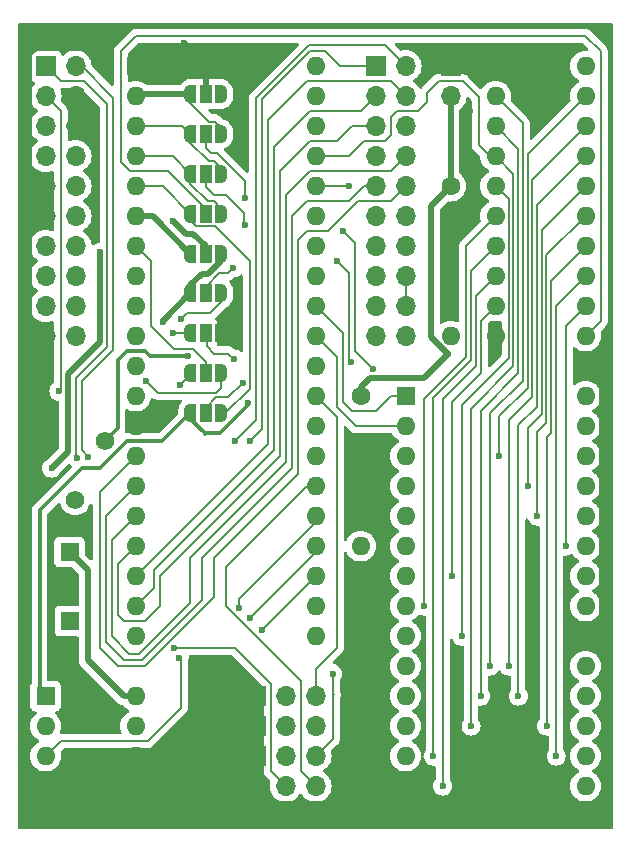
<source format=gbl>
G04 #@! TF.GenerationSoftware,KiCad,Pcbnew,8.0.6*
G04 #@! TF.CreationDate,2025-02-13T00:08:42+01:00*
G04 #@! TF.ProjectId,board_v1,626f6172-645f-4763-912e-6b696361645f,rev?*
G04 #@! TF.SameCoordinates,Original*
G04 #@! TF.FileFunction,Copper,L2,Bot*
G04 #@! TF.FilePolarity,Positive*
%FSLAX46Y46*%
G04 Gerber Fmt 4.6, Leading zero omitted, Abs format (unit mm)*
G04 Created by KiCad (PCBNEW 8.0.6) date 2025-02-13 00:08:42*
%MOMM*%
%LPD*%
G01*
G04 APERTURE LIST*
G04 Aperture macros list*
%AMFreePoly0*
4,1,19,0.550000,-0.750000,0.000000,-0.750000,0.000000,-0.744911,-0.071157,-0.744911,-0.207708,-0.704816,-0.327430,-0.627875,-0.420627,-0.520320,-0.479746,-0.390866,-0.500000,-0.250000,-0.500000,0.250000,-0.479746,0.390866,-0.420627,0.520320,-0.327430,0.627875,-0.207708,0.704816,-0.071157,0.744911,0.000000,0.744911,0.000000,0.750000,0.550000,0.750000,0.550000,-0.750000,0.550000,-0.750000,
$1*%
%AMFreePoly1*
4,1,19,0.000000,0.744911,0.071157,0.744911,0.207708,0.704816,0.327430,0.627875,0.420627,0.520320,0.479746,0.390866,0.500000,0.250000,0.500000,-0.250000,0.479746,-0.390866,0.420627,-0.520320,0.327430,-0.627875,0.207708,-0.704816,0.071157,-0.744911,0.000000,-0.744911,0.000000,-0.750000,-0.550000,-0.750000,-0.550000,0.750000,0.000000,0.750000,0.000000,0.744911,0.000000,0.744911,
$1*%
G04 Aperture macros list end*
G04 #@! TA.AperFunction,ComponentPad*
%ADD10R,1.600000X1.600000*%
G04 #@! TD*
G04 #@! TA.AperFunction,ComponentPad*
%ADD11O,1.600000X1.600000*%
G04 #@! TD*
G04 #@! TA.AperFunction,ComponentPad*
%ADD12R,1.700000X1.700000*%
G04 #@! TD*
G04 #@! TA.AperFunction,ComponentPad*
%ADD13O,1.700000X1.700000*%
G04 #@! TD*
G04 #@! TA.AperFunction,ComponentPad*
%ADD14C,1.600000*%
G04 #@! TD*
G04 #@! TA.AperFunction,ComponentPad*
%ADD15R,1.560000X1.560000*%
G04 #@! TD*
G04 #@! TA.AperFunction,ComponentPad*
%ADD16C,1.560000*%
G04 #@! TD*
G04 #@! TA.AperFunction,SMDPad,CuDef*
%ADD17FreePoly0,180.000000*%
G04 #@! TD*
G04 #@! TA.AperFunction,SMDPad,CuDef*
%ADD18R,1.000000X1.500000*%
G04 #@! TD*
G04 #@! TA.AperFunction,SMDPad,CuDef*
%ADD19FreePoly1,180.000000*%
G04 #@! TD*
G04 #@! TA.AperFunction,ViaPad*
%ADD20C,0.600000*%
G04 #@! TD*
G04 #@! TA.AperFunction,Conductor*
%ADD21C,0.200000*%
G04 #@! TD*
G04 #@! TA.AperFunction,Conductor*
%ADD22C,0.500000*%
G04 #@! TD*
G04 #@! TA.AperFunction,Conductor*
%ADD23C,0.150000*%
G04 #@! TD*
G04 #@! TA.AperFunction,Conductor*
%ADD24C,0.300000*%
G04 #@! TD*
G04 APERTURE END LIST*
D10*
X106680000Y-76200000D03*
D11*
X106680000Y-78740000D03*
X106680000Y-81280000D03*
X106680000Y-83820000D03*
X106680000Y-86360000D03*
X106680000Y-88900000D03*
X106680000Y-91440000D03*
X106680000Y-93980000D03*
X106680000Y-96520000D03*
X106680000Y-99060000D03*
X114300000Y-99060000D03*
X114300000Y-96520000D03*
X114300000Y-93980000D03*
X114300000Y-91440000D03*
X114300000Y-88900000D03*
X114300000Y-86360000D03*
X114300000Y-83820000D03*
X114300000Y-81280000D03*
X114300000Y-78740000D03*
X114300000Y-76200000D03*
D12*
X68580000Y-76200000D03*
D13*
X71120000Y-76200000D03*
X68580000Y-78740000D03*
X71120000Y-78740000D03*
X68580000Y-81280000D03*
X71120000Y-81280000D03*
X68580000Y-83820000D03*
X71120000Y-83820000D03*
X68580000Y-86360000D03*
X71120000Y-86360000D03*
X68580000Y-88900000D03*
X71120000Y-88900000D03*
X68580000Y-91440000D03*
X71120000Y-91440000D03*
X68580000Y-93980000D03*
X71120000Y-93980000D03*
X68580000Y-96520000D03*
X71120000Y-96520000D03*
X68580000Y-99060000D03*
X71120000Y-99060000D03*
D10*
X99060000Y-104140000D03*
D11*
X99060000Y-106680000D03*
X99060000Y-109220000D03*
X99060000Y-111760000D03*
X99060000Y-114300000D03*
X99060000Y-116840000D03*
X99060000Y-119380000D03*
X99060000Y-121920000D03*
X99060000Y-124460000D03*
X99060000Y-127000000D03*
X99060000Y-129540000D03*
X99060000Y-132080000D03*
X99060000Y-134620000D03*
X99060000Y-137160000D03*
X114300000Y-137160000D03*
X114300000Y-134620000D03*
X114300000Y-132080000D03*
X114300000Y-129540000D03*
X114300000Y-127000000D03*
X114300000Y-124460000D03*
X114300000Y-121920000D03*
X114300000Y-119380000D03*
X114300000Y-116840000D03*
X114300000Y-114300000D03*
X114300000Y-111760000D03*
X114300000Y-109220000D03*
X114300000Y-106680000D03*
X114300000Y-104140000D03*
D10*
X76200000Y-76200000D03*
D11*
X76200000Y-78740000D03*
X76200000Y-81280000D03*
X76200000Y-83820000D03*
X76200000Y-86360000D03*
X76200000Y-88900000D03*
X76200000Y-91440000D03*
X76200000Y-93980000D03*
X76200000Y-96520000D03*
X76200000Y-99060000D03*
X76200000Y-101600000D03*
X76200000Y-104140000D03*
X76200000Y-106680000D03*
X76200000Y-109220000D03*
X76200000Y-111760000D03*
X76200000Y-114300000D03*
X76200000Y-116840000D03*
X76200000Y-119380000D03*
X76200000Y-121920000D03*
X76200000Y-124460000D03*
X91440000Y-124460000D03*
X91440000Y-121920000D03*
X91440000Y-119380000D03*
X91440000Y-116840000D03*
X91440000Y-114300000D03*
X91440000Y-111760000D03*
X91440000Y-109220000D03*
X91440000Y-106680000D03*
X91440000Y-104140000D03*
X91440000Y-101600000D03*
X91440000Y-99060000D03*
X91440000Y-96520000D03*
X91440000Y-93980000D03*
X91440000Y-91440000D03*
X91440000Y-88900000D03*
X91440000Y-86360000D03*
X91440000Y-83820000D03*
X91440000Y-81280000D03*
X91440000Y-78740000D03*
X91440000Y-76200000D03*
D12*
X96520000Y-76200000D03*
D13*
X99060000Y-76200000D03*
X96520000Y-78740000D03*
X99060000Y-78740000D03*
X96520000Y-81280000D03*
X99060000Y-81280000D03*
X96520000Y-83820000D03*
X99060000Y-83820000D03*
X96520000Y-86360000D03*
X99060000Y-86360000D03*
X96520000Y-88900000D03*
X99060000Y-88900000D03*
X96520000Y-91440000D03*
X99060000Y-91440000D03*
X96520000Y-93980000D03*
X99060000Y-93980000D03*
X96520000Y-96520000D03*
X99060000Y-96520000D03*
X96520000Y-99060000D03*
X99060000Y-99060000D03*
D12*
X86360000Y-134620000D03*
D13*
X88900000Y-134620000D03*
X91440000Y-134620000D03*
D10*
X70612000Y-123190000D03*
D14*
X70612000Y-125690000D03*
D12*
X86360000Y-132080000D03*
D13*
X88900000Y-132080000D03*
X91440000Y-132080000D03*
D10*
X70612000Y-117348000D03*
D14*
X70612000Y-119848000D03*
D10*
X68580000Y-129540000D03*
D11*
X68580000Y-132080000D03*
X68580000Y-134620000D03*
X68580000Y-137160000D03*
X76200000Y-137160000D03*
X76200000Y-134620000D03*
X76200000Y-132080000D03*
X76200000Y-129540000D03*
D12*
X86360000Y-129540000D03*
D13*
X88900000Y-129540000D03*
X91440000Y-129540000D03*
D12*
X86360000Y-137160000D03*
D13*
X88900000Y-137160000D03*
X91440000Y-137160000D03*
D14*
X95250000Y-104140000D03*
D11*
X95250000Y-116840000D03*
D14*
X102870000Y-86360000D03*
D11*
X102870000Y-99060000D03*
D15*
X68580000Y-107950000D03*
D16*
X71080000Y-112950000D03*
X73580000Y-107950000D03*
D12*
X102870000Y-76200000D03*
D13*
X102870000Y-78740000D03*
D17*
X83423000Y-95444525D03*
D18*
X82123000Y-95444525D03*
D19*
X80823000Y-95444525D03*
D17*
X83423000Y-85315610D03*
D18*
X82123000Y-85315610D03*
D19*
X80823000Y-85315610D03*
D17*
X83423000Y-102197135D03*
D18*
X82123000Y-102197135D03*
D19*
X80823000Y-102197135D03*
D17*
X83423000Y-81939305D03*
D18*
X82123000Y-81939305D03*
D19*
X80823000Y-81939305D03*
D17*
X83423000Y-98820830D03*
D18*
X82123000Y-98820830D03*
D19*
X80823000Y-98820830D03*
D17*
X83423000Y-92068220D03*
D18*
X82123000Y-92068220D03*
D19*
X80823000Y-92068220D03*
D17*
X83423000Y-105573440D03*
D18*
X82123000Y-105573440D03*
D19*
X80823000Y-105573440D03*
D17*
X83423000Y-88691915D03*
D18*
X82123000Y-88691915D03*
D19*
X80823000Y-88691915D03*
D17*
X83423000Y-78563000D03*
D18*
X82123000Y-78563000D03*
D19*
X80823000Y-78563000D03*
D20*
X93726000Y-90170000D03*
X85436000Y-87376000D03*
X96266000Y-101854000D03*
X94402200Y-101269800D03*
X85436000Y-89662000D03*
X93218000Y-92710000D03*
X85252000Y-102997000D03*
X77114400Y-102852135D03*
X78486000Y-97866200D03*
X80060800Y-97586800D03*
X72034400Y-74371200D03*
X80264000Y-74234600D03*
X103124000Y-96520000D03*
X113512600Y-101066600D03*
X84810600Y-94335600D03*
X104477735Y-80002465D03*
X79460800Y-125476000D03*
X79400400Y-98806000D03*
X73152000Y-91948000D03*
X102642233Y-100600000D03*
X69088000Y-110236000D03*
X79387700Y-89293700D03*
X79959200Y-103200200D03*
X79885735Y-126275735D03*
X92872000Y-127635000D03*
X84493100Y-100977700D03*
X108600000Y-129540000D03*
X105400000Y-129540000D03*
X94234000Y-86360000D03*
X111000000Y-132080000D03*
X102200000Y-137160000D03*
X101400000Y-134620000D03*
X104600000Y-132080000D03*
X107800000Y-127000000D03*
X111800000Y-134620000D03*
X85699600Y-104724200D03*
X80660800Y-100752200D03*
X84442300Y-93332300D03*
X84582000Y-107950000D03*
X85852000Y-107950000D03*
X72199500Y-109283500D03*
X85852000Y-122936000D03*
X69697600Y-103733600D03*
X84963000Y-122047000D03*
X71247000Y-109347000D03*
X86868000Y-123952000D03*
X112600000Y-116840000D03*
X103000000Y-119380000D03*
X110200000Y-114300000D03*
X109400000Y-111760000D03*
X107000000Y-109220000D03*
X106200000Y-127000000D03*
X100600000Y-121920000D03*
X103800000Y-124460000D03*
D21*
X92964000Y-129448000D02*
X92872000Y-129356000D01*
X92872000Y-133188000D02*
X91440000Y-134620000D01*
X92872000Y-127635000D02*
X92872000Y-133188000D01*
X91440000Y-129540000D02*
X91440000Y-127254000D01*
X91440000Y-127254000D02*
X93218000Y-125476000D01*
X93218000Y-125476000D02*
X93218000Y-105918000D01*
X93218000Y-105918000D02*
X91440000Y-104140000D01*
D22*
X71729600Y-74676000D02*
X67741800Y-74676000D01*
X72034400Y-74371200D02*
X71729600Y-74676000D01*
X67741800Y-74676000D02*
X67208400Y-75209400D01*
X67208400Y-75209400D02*
X67208400Y-86360000D01*
X71120000Y-81280000D02*
X71120000Y-78740000D01*
X67208400Y-88900000D02*
X67208400Y-86360000D01*
X68580000Y-86360000D02*
X67208400Y-86360000D01*
X67208400Y-97688400D02*
X67208400Y-88900000D01*
X68580000Y-88900000D02*
X67208400Y-88900000D01*
D21*
X82923000Y-80889305D02*
X83423000Y-81389305D01*
X83423000Y-81389305D02*
X83423000Y-81939305D01*
X80823000Y-79318000D02*
X82394305Y-80889305D01*
X80823000Y-78563000D02*
X80823000Y-79318000D01*
D22*
X80823000Y-78563000D02*
X76377000Y-78563000D01*
X76377000Y-78563000D02*
X76200000Y-78740000D01*
D23*
X83423000Y-81594200D02*
X83423000Y-81939305D01*
D21*
X82394305Y-80889305D02*
X82923000Y-80889305D01*
X85436000Y-85934733D02*
X85436000Y-87376000D01*
X82123000Y-81939305D02*
X82123000Y-83139000D01*
X82550000Y-83566000D02*
X83067267Y-83566000D01*
X96266000Y-101854000D02*
X94742000Y-100330000D01*
X83067267Y-83566000D02*
X85436000Y-85934733D01*
X94742000Y-100330000D02*
X94742000Y-91186000D01*
X82123000Y-83139000D02*
X82550000Y-83566000D01*
X94742000Y-91186000D02*
X93726000Y-90170000D01*
X82394305Y-84265610D02*
X82843210Y-84265610D01*
X80823000Y-81939305D02*
X80823000Y-82694305D01*
X80823000Y-81939305D02*
X80163695Y-81280000D01*
X83423000Y-84845400D02*
X83423000Y-85315610D01*
X80823000Y-82694305D02*
X82394305Y-84265610D01*
X80163695Y-81280000D02*
X76200000Y-81280000D01*
X82843210Y-84265610D02*
X83423000Y-84845400D01*
X85344000Y-88646000D02*
X85344000Y-89570000D01*
X94402200Y-101269800D02*
X94234000Y-101101600D01*
X94234000Y-93726000D02*
X93218000Y-92710000D01*
X82123000Y-86441000D02*
X82804000Y-87122000D01*
X83820000Y-87122000D02*
X85344000Y-88646000D01*
X85344000Y-89570000D02*
X85436000Y-89662000D01*
X94234000Y-101101600D02*
X94234000Y-93726000D01*
X82804000Y-87122000D02*
X83820000Y-87122000D01*
X82123000Y-85315610D02*
X82123000Y-86441000D01*
X80823000Y-85315610D02*
X79327390Y-83820000D01*
X79327390Y-83820000D02*
X76200000Y-83820000D01*
X80823000Y-85315610D02*
X80823000Y-86157000D01*
X83423000Y-88260915D02*
X83423000Y-88691915D01*
X82307915Y-87641915D02*
X82804000Y-87641915D01*
X82804000Y-87641915D02*
X83423000Y-88260915D01*
X80823000Y-86157000D02*
X82307915Y-87641915D01*
X74930000Y-74930000D02*
X76225400Y-73634600D01*
X115570000Y-74930000D02*
X115570000Y-97790000D01*
X115570000Y-97790000D02*
X114300000Y-99060000D01*
X76225400Y-73634600D02*
X114274600Y-73634600D01*
X82123000Y-88691915D02*
X82123000Y-88260579D01*
X75692000Y-85090000D02*
X74930000Y-84328000D01*
X82123000Y-88260579D02*
X78952421Y-85090000D01*
X114274600Y-73634600D02*
X115570000Y-74930000D01*
X78952421Y-85090000D02*
X75692000Y-85090000D01*
X74930000Y-84328000D02*
X74930000Y-74930000D01*
X80823000Y-89241915D02*
X80823000Y-88691915D01*
X81328000Y-89746915D02*
X80823000Y-89241915D01*
X85852000Y-103530400D02*
X85852000Y-92684600D01*
X80823000Y-88691915D02*
X78491085Y-86360000D01*
X78491085Y-86360000D02*
X76200000Y-86360000D01*
X85852000Y-92684600D02*
X82914315Y-89746915D01*
X82914315Y-89746915D02*
X81328000Y-89746915D01*
X83423000Y-105573440D02*
X83808960Y-105573440D01*
X83808960Y-105573440D02*
X85852000Y-103530400D01*
X82123000Y-105142104D02*
X82123000Y-105573440D01*
X85252000Y-102997000D02*
X84013800Y-104235200D01*
X84013800Y-104235200D02*
X83029904Y-104235200D01*
X83029904Y-104235200D02*
X82123000Y-105142104D01*
D22*
X80823000Y-92068220D02*
X77654780Y-88900000D01*
X77654780Y-88900000D02*
X76200000Y-88900000D01*
D21*
X83032600Y-103835200D02*
X83423000Y-103444800D01*
X77114400Y-102852135D02*
X77114400Y-102870000D01*
X78079600Y-103835200D02*
X83032600Y-103835200D01*
X77114400Y-102870000D02*
X78079600Y-103835200D01*
X83423000Y-103444800D02*
X83423000Y-102197135D01*
X81028065Y-100152200D02*
X82123000Y-101247135D01*
X79451200Y-100152200D02*
X81028065Y-100152200D01*
X82123000Y-101247135D02*
X82123000Y-102197135D01*
X77495400Y-92735400D02*
X77495400Y-98196400D01*
X77495400Y-98196400D02*
X79451200Y-100152200D01*
X76200000Y-91440000D02*
X77495400Y-92735400D01*
D22*
X78486000Y-97781525D02*
X80823000Y-95444525D01*
X80823000Y-95444525D02*
X80823000Y-94767200D01*
X78486000Y-97866200D02*
X78486000Y-97781525D01*
X82321400Y-93776800D02*
X83423000Y-92675200D01*
X80823000Y-94767200D02*
X81813400Y-93776800D01*
X81813400Y-93776800D02*
X82321400Y-93776800D01*
X83423000Y-92675200D02*
X83423000Y-92068220D01*
D21*
X83423000Y-95444525D02*
X83836725Y-95444525D01*
X80060800Y-97586800D02*
X80543400Y-97104200D01*
X80543400Y-97104200D02*
X82518325Y-97104200D01*
X82518325Y-97104200D02*
X83423000Y-96199525D01*
X83820000Y-121920000D02*
X90170000Y-128270000D01*
X90678000Y-111760000D02*
X83820000Y-118618000D01*
X90170000Y-128270000D02*
X90170000Y-135890000D01*
X91440000Y-111760000D02*
X90678000Y-111760000D01*
X83423000Y-96199525D02*
X83423000Y-95444525D01*
X90170000Y-135890000D02*
X91440000Y-137160000D01*
X83820000Y-118618000D02*
X83820000Y-121920000D01*
D22*
X114300000Y-124460000D02*
X115646200Y-123113800D01*
X70064000Y-125690000D02*
X70612000Y-125690000D01*
X86360000Y-137160000D02*
X86360000Y-129540000D01*
X87884000Y-138684000D02*
X97536000Y-138684000D01*
X68580000Y-137160000D02*
X86360000Y-137160000D01*
X68580000Y-99060000D02*
X67208400Y-97688400D01*
X82123000Y-76093600D02*
X82123000Y-78563000D01*
X70612000Y-119848000D02*
X69088000Y-121372000D01*
X76200000Y-76200000D02*
X81788000Y-76200000D01*
X69088000Y-124714000D02*
X70064000Y-125690000D01*
X97536000Y-138684000D02*
X99060000Y-137160000D01*
X80264000Y-74234600D02*
X82123000Y-76093600D01*
X115646200Y-103200200D02*
X113512600Y-101066600D01*
X104477735Y-80002465D02*
X104444800Y-80035400D01*
X104444800Y-80035400D02*
X104444800Y-87299800D01*
X86360000Y-137160000D02*
X87884000Y-138684000D01*
X69088000Y-121372000D02*
X69088000Y-124714000D01*
X115646200Y-123113800D02*
X115646200Y-103200200D01*
X68580000Y-99060000D02*
X68580000Y-107950000D01*
X76200000Y-134620000D02*
X76200000Y-137160000D01*
D21*
X68580000Y-107188000D02*
X68580000Y-107950000D01*
D22*
X104444800Y-87299800D02*
X103124000Y-88620600D01*
X103124000Y-88620600D02*
X103124000Y-96520000D01*
X106680000Y-76200000D02*
X102870000Y-76200000D01*
D21*
X80823000Y-98820830D02*
X79415230Y-98820830D01*
X87630000Y-128510000D02*
X87630000Y-135890000D01*
X79415230Y-98820830D02*
X79400400Y-98806000D01*
X87630000Y-135890000D02*
X88900000Y-137160000D01*
X79460800Y-125476000D02*
X84596000Y-125476000D01*
X84596000Y-125476000D02*
X87630000Y-128510000D01*
D22*
X73152000Y-99568000D02*
X70485000Y-102235000D01*
X70485000Y-102235000D02*
X70485000Y-108839000D01*
X100626233Y-102616000D02*
X96012000Y-102616000D01*
X72136000Y-126492000D02*
X72136000Y-118872000D01*
X72136000Y-118872000D02*
X70612000Y-117348000D01*
X102642233Y-100600000D02*
X100626233Y-102616000D01*
X82123000Y-91424752D02*
X82123000Y-92068220D01*
X101200000Y-88030000D02*
X102870000Y-86360000D01*
X96012000Y-102616000D02*
X95250000Y-103378000D01*
X95250000Y-103378000D02*
X95250000Y-104140000D01*
X70485000Y-108839000D02*
X69088000Y-110236000D01*
X80492600Y-90398600D02*
X81096848Y-90398600D01*
X102642233Y-100600000D02*
X101200000Y-99157767D01*
X101200000Y-99157767D02*
X101200000Y-88030000D01*
X79387700Y-89293700D02*
X80492600Y-90398600D01*
X102870000Y-78740000D02*
X102870000Y-86360000D01*
X73152000Y-91948000D02*
X73152000Y-99568000D01*
X76200000Y-129540000D02*
X75184000Y-129540000D01*
X75184000Y-129540000D02*
X72136000Y-126492000D01*
X81096848Y-90398600D02*
X82123000Y-91424752D01*
D21*
X80010000Y-126400000D02*
X80010000Y-130556000D01*
X80823000Y-102197135D02*
X80823000Y-102336400D01*
X80010000Y-130556000D02*
X77216000Y-133350000D01*
X79885735Y-126275735D02*
X80010000Y-126400000D01*
X69850000Y-133350000D02*
X68580000Y-134620000D01*
X80823000Y-102336400D02*
X79959200Y-103200200D01*
X77216000Y-133350000D02*
X69850000Y-133350000D01*
X99060000Y-93980000D02*
X99060000Y-96520000D01*
X84493100Y-100977700D02*
X84048600Y-100533200D01*
X82123000Y-99252166D02*
X82123000Y-98820830D01*
X82854800Y-100533200D02*
X82245200Y-99923600D01*
X84048600Y-100533200D02*
X82854800Y-100533200D01*
X82245200Y-99923600D02*
X82245200Y-99374366D01*
X82245200Y-99374366D02*
X82123000Y-99252166D01*
X108600000Y-106600000D02*
X108600000Y-129270000D01*
X114300000Y-83820000D02*
X110180000Y-87940000D01*
X110180000Y-105020000D02*
X108600000Y-106600000D01*
X108600000Y-129270000D02*
X108600000Y-129200000D01*
X110180000Y-87940000D02*
X110180000Y-105020000D01*
X106680000Y-81280000D02*
X107280000Y-81280000D01*
X106680000Y-81280000D02*
X108580000Y-83180000D01*
X108580000Y-83180000D02*
X108580000Y-102220000D01*
X108580000Y-102220000D02*
X105400000Y-105400000D01*
X105400000Y-105400000D02*
X105400000Y-129200000D01*
X111000000Y-107600000D02*
X111000000Y-132080000D01*
X91440000Y-86360000D02*
X94234000Y-86360000D01*
X114300000Y-91440000D02*
X111380000Y-94360000D01*
X111380000Y-94360000D02*
X111380000Y-107220000D01*
X111380000Y-107220000D02*
X111000000Y-107600000D01*
X102200000Y-104400000D02*
X102200000Y-137000000D01*
X105000000Y-95660000D02*
X105000000Y-101600000D01*
X105000000Y-101600000D02*
X102200000Y-104400000D01*
X106680000Y-93980000D02*
X105000000Y-95660000D01*
X101400000Y-104300000D02*
X101400000Y-134600000D01*
X104600000Y-93520000D02*
X104600000Y-101100000D01*
X104600000Y-101100000D02*
X101400000Y-104300000D01*
X106680000Y-91440000D02*
X104600000Y-93520000D01*
X91440000Y-99060000D02*
X93218000Y-100838000D01*
X93218000Y-100838000D02*
X93218000Y-105029000D01*
X93218000Y-105029000D02*
X94869000Y-106680000D01*
X94869000Y-106680000D02*
X99060000Y-106680000D01*
X96520000Y-105410000D02*
X97790000Y-104140000D01*
X91440000Y-96520000D02*
X93726000Y-98806000D01*
X93726000Y-98806000D02*
X93726000Y-104648000D01*
X94488000Y-105410000D02*
X96520000Y-105410000D01*
X93726000Y-104648000D02*
X94488000Y-105410000D01*
X97790000Y-104140000D02*
X99060000Y-104140000D01*
X100838000Y-78486000D02*
X101854000Y-77470000D01*
X101854000Y-77470000D02*
X103886000Y-77470000D01*
X103886000Y-77470000D02*
X105257600Y-78841600D01*
X105257600Y-82905600D02*
X106172000Y-83820000D01*
X104600000Y-131800000D02*
X104600000Y-105200000D01*
X98298000Y-80010000D02*
X100076000Y-80010000D01*
X95504000Y-82550000D02*
X97282000Y-82550000D01*
X108180000Y-85320000D02*
X106680000Y-83820000D01*
X100076000Y-80010000D02*
X100838000Y-79248000D01*
X97790000Y-80518000D02*
X98298000Y-80010000D01*
X91440000Y-83820000D02*
X94234000Y-83820000D01*
X104600000Y-105200000D02*
X108180000Y-101620000D01*
X97790000Y-82042000D02*
X97790000Y-80518000D01*
X106172000Y-83820000D02*
X106680000Y-83820000D01*
X105257600Y-78841600D02*
X105257600Y-82905600D01*
X94234000Y-83820000D02*
X95504000Y-82550000D01*
X108180000Y-101620000D02*
X108180000Y-85320000D01*
X100838000Y-79248000D02*
X100838000Y-78486000D01*
X97282000Y-82550000D02*
X97790000Y-82042000D01*
X109780000Y-104220000D02*
X107800000Y-106200000D01*
X114300000Y-81280000D02*
X109780000Y-85800000D01*
X107800000Y-106200000D02*
X107800000Y-126800000D01*
X109780000Y-85800000D02*
X109780000Y-104220000D01*
X107800000Y-126800000D02*
X107800000Y-127000000D01*
X111800000Y-134420000D02*
X111800000Y-134400000D01*
X114300000Y-93980000D02*
X111800000Y-96480000D01*
X111800000Y-96480000D02*
X111800000Y-134420000D01*
D24*
X78446440Y-107950000D02*
X75438000Y-107950000D01*
X82042000Y-107315000D02*
X82067400Y-107289600D01*
X83337400Y-107289600D02*
X82092800Y-107289600D01*
X68072000Y-113792000D02*
X68072000Y-129032000D01*
X82092800Y-107289600D02*
X82042000Y-107340400D01*
X82067400Y-107289600D02*
X80823000Y-106045200D01*
X75438000Y-107950000D02*
X73152000Y-110236000D01*
X80823000Y-106045200D02*
X80823000Y-105573440D01*
X80823000Y-105573440D02*
X78446440Y-107950000D01*
X82042000Y-107340400D02*
X82042000Y-107315000D01*
X71628000Y-110236000D02*
X68072000Y-113792000D01*
X68072000Y-129032000D02*
X68580000Y-129540000D01*
X85699600Y-104927400D02*
X83337400Y-107289600D01*
X85699600Y-104724200D02*
X85699600Y-104927400D01*
X73152000Y-110236000D02*
X71628000Y-110236000D01*
X77384200Y-100752200D02*
X76962000Y-100330000D01*
X80660800Y-100752200D02*
X77384200Y-100752200D01*
X74676000Y-101092000D02*
X74676000Y-106854000D01*
X74676000Y-106854000D02*
X73580000Y-107950000D01*
X75438000Y-100330000D02*
X74676000Y-101092000D01*
X76962000Y-100330000D02*
X75438000Y-100330000D01*
D21*
X84442300Y-93332300D02*
X84048600Y-93726000D01*
X83261200Y-93726000D02*
X82123000Y-94864200D01*
X82123000Y-94864200D02*
X82123000Y-95444525D01*
X84048600Y-93726000D02*
X83261200Y-93726000D01*
X88392000Y-85090000D02*
X90932000Y-82550000D01*
X74676000Y-122682000D02*
X75184000Y-123190000D01*
X76962000Y-123190000D02*
X78232000Y-121920000D01*
X75184000Y-123190000D02*
X76962000Y-123190000D01*
X74676000Y-118364000D02*
X74676000Y-122682000D01*
X76200000Y-116840000D02*
X74676000Y-118364000D01*
X78232000Y-121920000D02*
X78232000Y-119380000D01*
X90932000Y-82550000D02*
X93218000Y-82550000D01*
X93218000Y-82550000D02*
X94488000Y-81280000D01*
X88392000Y-109220000D02*
X88392000Y-85090000D01*
X78232000Y-119380000D02*
X88392000Y-109220000D01*
X94488000Y-81280000D02*
X96520000Y-81280000D01*
X82804000Y-121158000D02*
X82804000Y-117856000D01*
X76962000Y-127000000D02*
X82804000Y-121158000D01*
X73152000Y-125476000D02*
X74676000Y-127000000D01*
X90678000Y-90170000D02*
X92456000Y-90170000D01*
X97790000Y-87630000D02*
X99060000Y-86360000D01*
X74676000Y-127000000D02*
X76962000Y-127000000D01*
X89916000Y-90932000D02*
X90678000Y-90170000D01*
X82804000Y-117856000D02*
X89916000Y-110744000D01*
X92456000Y-90170000D02*
X94996000Y-87630000D01*
X94996000Y-87630000D02*
X97790000Y-87630000D01*
X89916000Y-110744000D02*
X89916000Y-90932000D01*
X76200000Y-109220000D02*
X73152000Y-112268000D01*
X73152000Y-112268000D02*
X73152000Y-125476000D01*
X90678000Y-77470000D02*
X97790000Y-77470000D01*
X76200000Y-119380000D02*
X87376000Y-108204000D01*
X97790000Y-77470000D02*
X99060000Y-78740000D01*
X87376000Y-108204000D02*
X87376000Y-80772000D01*
X87376000Y-80772000D02*
X90678000Y-77470000D01*
X76708000Y-126492000D02*
X75184000Y-126492000D01*
X89408000Y-110236000D02*
X81788000Y-117856000D01*
X90678000Y-87630000D02*
X89408000Y-88900000D01*
X96520000Y-86360000D02*
X95504000Y-86360000D01*
X81788000Y-117856000D02*
X81788000Y-121412000D01*
X95504000Y-86360000D02*
X94234000Y-87630000D01*
X73660000Y-124968000D02*
X73660000Y-114300000D01*
X89408000Y-88900000D02*
X89408000Y-110236000D01*
X75184000Y-126492000D02*
X73660000Y-124968000D01*
X94234000Y-87630000D02*
X90678000Y-87630000D01*
X73660000Y-114300000D02*
X76200000Y-111760000D01*
X81788000Y-121412000D02*
X76708000Y-126492000D01*
X97282000Y-74422000D02*
X99060000Y-76200000D01*
X84582000Y-107950000D02*
X86360000Y-106172000D01*
X86360000Y-106172000D02*
X86360000Y-78936314D01*
X86360000Y-78936314D02*
X90874314Y-74422000D01*
X90874314Y-74422000D02*
X97282000Y-74422000D01*
X86868000Y-81280000D02*
X86868000Y-106934000D01*
X90932000Y-74930000D02*
X86868000Y-78994000D01*
X93472000Y-76200000D02*
X92202000Y-74930000D01*
X96520000Y-76200000D02*
X93472000Y-76200000D01*
X92202000Y-74930000D02*
X91186000Y-74930000D01*
X86868000Y-106934000D02*
X85852000Y-107950000D01*
X86868000Y-78994000D02*
X86868000Y-81280000D01*
X91186000Y-74930000D02*
X90932000Y-74930000D01*
X72199500Y-109283500D02*
X71628000Y-108712000D01*
X71628000Y-102870000D02*
X74295000Y-100203000D01*
X74295000Y-78867000D02*
X71628000Y-76200000D01*
X71628000Y-108712000D02*
X71628000Y-102870000D01*
X74295000Y-100203000D02*
X74295000Y-78867000D01*
X71628000Y-76200000D02*
X71120000Y-76200000D01*
X85852000Y-122936000D02*
X91440000Y-117348000D01*
X91440000Y-117348000D02*
X91440000Y-116840000D01*
X69697600Y-103733600D02*
X69850000Y-103581200D01*
X69850000Y-103581200D02*
X69850000Y-80010000D01*
X84963000Y-122047000D02*
X84963000Y-121285000D01*
X69850000Y-80010000D02*
X68580000Y-78740000D01*
X91440000Y-114808000D02*
X91440000Y-114300000D01*
X84963000Y-121285000D02*
X91440000Y-114808000D01*
X71120000Y-109220000D02*
X71120000Y-102616000D01*
X69850000Y-77470000D02*
X68580000Y-76200000D01*
X73787000Y-79432686D02*
X71824314Y-77470000D01*
X71120000Y-102616000D02*
X73787000Y-99949000D01*
X71824314Y-77470000D02*
X69850000Y-77470000D01*
X73787000Y-99949000D02*
X73787000Y-79432686D01*
X71247000Y-109347000D02*
X71120000Y-109220000D01*
X86868000Y-123952000D02*
X91440000Y-119380000D01*
X76200000Y-121920000D02*
X77724000Y-120396000D01*
X87884000Y-108712000D02*
X77724000Y-118872000D01*
X95250000Y-80010000D02*
X90932000Y-80010000D01*
X96520000Y-78740000D02*
X95250000Y-80010000D01*
X77724000Y-120396000D02*
X77724000Y-118872000D01*
X87884000Y-83058000D02*
X87884000Y-108712000D01*
X90932000Y-80010000D02*
X87884000Y-83058000D01*
X80772000Y-121666000D02*
X80772000Y-117856000D01*
X80772000Y-117856000D02*
X88900000Y-109728000D01*
X74168000Y-116332000D02*
X74168000Y-124475818D01*
X90932000Y-85090000D02*
X97790000Y-85090000D01*
X76200000Y-114300000D02*
X74168000Y-116332000D01*
X88900000Y-87122000D02*
X90932000Y-85090000D01*
X88900000Y-109728000D02*
X88900000Y-87122000D01*
X97790000Y-85090000D02*
X99060000Y-83820000D01*
X76454000Y-125984000D02*
X80772000Y-121666000D01*
X74168000Y-124475818D02*
X75676182Y-125984000D01*
X75676182Y-125984000D02*
X76454000Y-125984000D01*
X112600000Y-98220000D02*
X112600000Y-116640000D01*
X112600000Y-116640000D02*
X112600000Y-116800000D01*
X114300000Y-96520000D02*
X112600000Y-98220000D01*
X105400000Y-97800000D02*
X105400000Y-102200000D01*
X103000000Y-119180000D02*
X103000000Y-119200000D01*
X103000000Y-104600000D02*
X103000000Y-119180000D01*
X106680000Y-96520000D02*
X105400000Y-97800000D01*
X105400000Y-102200000D02*
X103000000Y-104600000D01*
X110200000Y-114100000D02*
X110200000Y-114200000D01*
X110200000Y-107200000D02*
X110200000Y-114100000D01*
X110980000Y-106420000D02*
X110200000Y-107200000D01*
X110980000Y-92220000D02*
X110980000Y-106420000D01*
X114300000Y-88900000D02*
X110980000Y-92220000D01*
X110580000Y-105620000D02*
X109400000Y-106800000D01*
X110580000Y-90080000D02*
X110580000Y-105620000D01*
X114300000Y-86360000D02*
X110580000Y-90080000D01*
X109400000Y-106800000D02*
X109400000Y-111400000D01*
X109380000Y-103420000D02*
X107000000Y-105800000D01*
X107000000Y-109020000D02*
X107000000Y-109000000D01*
X114300000Y-78740000D02*
X109380000Y-83660000D01*
X109380000Y-83660000D02*
X109380000Y-103420000D01*
X107000000Y-105800000D02*
X107000000Y-109020000D01*
X108980000Y-102820000D02*
X106200000Y-105600000D01*
X106680000Y-78740000D02*
X108980000Y-81040000D01*
X108980000Y-81040000D02*
X108980000Y-102820000D01*
X106200000Y-105600000D02*
X106200000Y-126800000D01*
X100600000Y-104400000D02*
X100600000Y-121800000D01*
X106680000Y-88900000D02*
X106680000Y-88920000D01*
X100600000Y-121800000D02*
X100600000Y-122000000D01*
X104200000Y-100800000D02*
X100600000Y-104400000D01*
X104200000Y-91400000D02*
X104200000Y-100800000D01*
X106680000Y-88920000D02*
X104200000Y-91400000D01*
X107780000Y-100920000D02*
X103800000Y-104900000D01*
X103800000Y-104900000D02*
X103800000Y-124400000D01*
X106680000Y-86360000D02*
X107780000Y-87460000D01*
X107780000Y-87460000D02*
X107780000Y-100920000D01*
D22*
X84810600Y-97433230D02*
X83423000Y-98820830D01*
X84810600Y-94335600D02*
X84810600Y-97433230D01*
G04 #@! TA.AperFunction,Conductor*
G36*
X69750299Y-113136158D02*
G01*
X69806233Y-113178030D01*
X69826741Y-113220246D01*
X69872126Y-113389624D01*
X69872128Y-113389630D01*
X69905730Y-113461689D01*
X69966819Y-113592696D01*
X69966821Y-113592700D01*
X70095329Y-113776228D01*
X70095334Y-113776234D01*
X70253765Y-113934665D01*
X70253771Y-113934670D01*
X70437299Y-114063178D01*
X70437301Y-114063179D01*
X70437304Y-114063181D01*
X70640370Y-114157872D01*
X70856794Y-114215863D01*
X71016226Y-114229811D01*
X71079998Y-114235391D01*
X71080000Y-114235391D01*
X71080002Y-114235391D01*
X71135801Y-114230509D01*
X71303206Y-114215863D01*
X71519630Y-114157872D01*
X71722696Y-114063181D01*
X71906233Y-113934667D01*
X72064667Y-113776233D01*
X72193181Y-113592696D01*
X72287872Y-113389630D01*
X72307725Y-113315537D01*
X72344090Y-113255877D01*
X72406937Y-113225348D01*
X72476312Y-113233643D01*
X72530190Y-113278128D01*
X72551465Y-113344680D01*
X72551500Y-113347631D01*
X72551500Y-117926770D01*
X72531815Y-117993809D01*
X72479011Y-118039564D01*
X72409853Y-118049508D01*
X72346297Y-118020483D01*
X72339819Y-118014451D01*
X71948818Y-117623450D01*
X71915333Y-117562127D01*
X71912499Y-117535769D01*
X71912499Y-116500129D01*
X71912498Y-116500123D01*
X71912497Y-116500116D01*
X71906091Y-116440517D01*
X71888556Y-116393504D01*
X71855797Y-116305671D01*
X71855793Y-116305664D01*
X71769547Y-116190455D01*
X71769544Y-116190452D01*
X71654335Y-116104206D01*
X71654328Y-116104202D01*
X71519482Y-116053908D01*
X71519483Y-116053908D01*
X71459883Y-116047501D01*
X71459881Y-116047500D01*
X71459873Y-116047500D01*
X71459864Y-116047500D01*
X69764129Y-116047500D01*
X69764123Y-116047501D01*
X69704516Y-116053908D01*
X69569671Y-116104202D01*
X69569664Y-116104206D01*
X69454455Y-116190452D01*
X69454452Y-116190455D01*
X69368206Y-116305664D01*
X69368202Y-116305671D01*
X69317908Y-116440517D01*
X69311501Y-116500116D01*
X69311501Y-116500123D01*
X69311500Y-116500135D01*
X69311500Y-118195870D01*
X69311501Y-118195876D01*
X69317908Y-118255483D01*
X69368202Y-118390328D01*
X69368206Y-118390335D01*
X69454452Y-118505544D01*
X69454455Y-118505547D01*
X69569664Y-118591793D01*
X69569671Y-118591797D01*
X69704517Y-118642091D01*
X69704516Y-118642091D01*
X69711444Y-118642835D01*
X69764127Y-118648500D01*
X70799769Y-118648499D01*
X70866808Y-118668183D01*
X70887450Y-118684818D01*
X71349181Y-119146548D01*
X71382666Y-119207871D01*
X71385500Y-119234229D01*
X71385500Y-121765500D01*
X71365815Y-121832539D01*
X71313011Y-121878294D01*
X71261500Y-121889500D01*
X69764129Y-121889500D01*
X69764123Y-121889501D01*
X69704516Y-121895908D01*
X69569671Y-121946202D01*
X69569664Y-121946206D01*
X69454455Y-122032452D01*
X69454452Y-122032455D01*
X69368206Y-122147664D01*
X69368202Y-122147671D01*
X69317908Y-122282517D01*
X69311501Y-122342116D01*
X69311500Y-122342135D01*
X69311500Y-124037870D01*
X69311501Y-124037876D01*
X69317908Y-124097483D01*
X69368202Y-124232328D01*
X69368206Y-124232335D01*
X69454452Y-124347544D01*
X69454455Y-124347547D01*
X69569664Y-124433793D01*
X69569671Y-124433797D01*
X69704517Y-124484091D01*
X69704516Y-124484091D01*
X69711444Y-124484835D01*
X69764127Y-124490500D01*
X71261500Y-124490499D01*
X71328539Y-124510184D01*
X71374294Y-124562987D01*
X71385500Y-124614499D01*
X71385500Y-126565918D01*
X71385500Y-126565920D01*
X71385499Y-126565920D01*
X71414340Y-126710907D01*
X71414343Y-126710917D01*
X71470914Y-126847492D01*
X71470915Y-126847494D01*
X71470916Y-126847495D01*
X71496164Y-126885282D01*
X71503812Y-126896727D01*
X71503813Y-126896730D01*
X71553046Y-126970414D01*
X71553052Y-126970421D01*
X74705584Y-130122952D01*
X74705586Y-130122954D01*
X74731056Y-130139971D01*
X74769265Y-130165501D01*
X74828505Y-130205084D01*
X74828507Y-130205085D01*
X74828511Y-130205087D01*
X74965082Y-130261656D01*
X74965087Y-130261658D01*
X75093558Y-130287213D01*
X75155469Y-130319598D01*
X75170942Y-130337707D01*
X75199954Y-130379141D01*
X75360858Y-130540045D01*
X75360861Y-130540047D01*
X75547266Y-130670568D01*
X75605275Y-130697618D01*
X75657714Y-130743791D01*
X75676866Y-130810984D01*
X75656650Y-130877865D01*
X75605275Y-130922381D01*
X75600267Y-130924717D01*
X75547267Y-130949431D01*
X75547265Y-130949432D01*
X75360858Y-131079954D01*
X75199954Y-131240858D01*
X75069432Y-131427265D01*
X75069431Y-131427267D01*
X74973261Y-131633502D01*
X74973258Y-131633511D01*
X74914366Y-131853302D01*
X74914364Y-131853313D01*
X74894532Y-132079998D01*
X74894532Y-132080001D01*
X74914364Y-132306686D01*
X74914366Y-132306697D01*
X74973258Y-132526488D01*
X74973261Y-132526497D01*
X74994991Y-132573095D01*
X75005483Y-132642172D01*
X74976964Y-132705956D01*
X74918487Y-132744196D01*
X74882609Y-132749500D01*
X69897391Y-132749500D01*
X69830352Y-132729815D01*
X69784597Y-132677011D01*
X69774653Y-132607853D01*
X69785009Y-132573095D01*
X69806739Y-132526496D01*
X69865635Y-132306692D01*
X69885468Y-132080000D01*
X69865635Y-131853308D01*
X69806739Y-131633504D01*
X69710568Y-131427266D01*
X69580047Y-131240861D01*
X69580045Y-131240858D01*
X69419143Y-131079956D01*
X69394536Y-131062726D01*
X69350912Y-131008149D01*
X69343719Y-130938650D01*
X69375241Y-130876296D01*
X69435471Y-130840882D01*
X69452404Y-130837861D01*
X69487483Y-130834091D01*
X69622331Y-130783796D01*
X69737546Y-130697546D01*
X69823796Y-130582331D01*
X69874091Y-130447483D01*
X69880500Y-130387873D01*
X69880499Y-128692128D01*
X69874091Y-128632517D01*
X69839567Y-128539954D01*
X69823797Y-128497671D01*
X69823793Y-128497664D01*
X69737547Y-128382455D01*
X69737544Y-128382452D01*
X69622335Y-128296206D01*
X69622328Y-128296202D01*
X69487482Y-128245908D01*
X69487483Y-128245908D01*
X69427883Y-128239501D01*
X69427881Y-128239500D01*
X69427873Y-128239500D01*
X69427865Y-128239500D01*
X68846500Y-128239500D01*
X68779461Y-128219815D01*
X68733706Y-128167011D01*
X68722500Y-128115500D01*
X68722500Y-114112807D01*
X68742185Y-114045768D01*
X68758814Y-114025130D01*
X69619287Y-113164657D01*
X69680608Y-113131174D01*
X69750299Y-113136158D01*
G37*
G04 #@! TD.AperFunction*
G04 #@! TA.AperFunction,Conductor*
G36*
X77646475Y-104270178D02*
G01*
X77695473Y-104300309D01*
X77710884Y-104315720D01*
X77710886Y-104315721D01*
X77710890Y-104315724D01*
X77763841Y-104346295D01*
X77763844Y-104346296D01*
X77778608Y-104354820D01*
X77847809Y-104394774D01*
X77847810Y-104394775D01*
X77847812Y-104394775D01*
X77847815Y-104394777D01*
X78000543Y-104435701D01*
X78000546Y-104435701D01*
X78166253Y-104435701D01*
X78166269Y-104435700D01*
X79990241Y-104435700D01*
X80057280Y-104455385D01*
X80103035Y-104508189D01*
X80112979Y-104577347D01*
X80083954Y-104640900D01*
X80072488Y-104654135D01*
X80016014Y-104719309D01*
X79968829Y-104792732D01*
X79940314Y-104837104D01*
X79938231Y-104840345D01*
X79938223Y-104840358D01*
X79881263Y-104965083D01*
X79879015Y-104969379D01*
X79837966Y-105109178D01*
X79837963Y-105109188D01*
X79817503Y-105251499D01*
X79817503Y-105307839D01*
X79817500Y-105307849D01*
X79817500Y-105607632D01*
X79797815Y-105674671D01*
X79781181Y-105695313D01*
X78213313Y-107263181D01*
X78151990Y-107296666D01*
X78125632Y-107299500D01*
X75381143Y-107299500D01*
X75314104Y-107279815D01*
X75268349Y-107227011D01*
X75258405Y-107157853D01*
X75266582Y-107128048D01*
X75301500Y-107043746D01*
X75301501Y-107043743D01*
X75303879Y-107031788D01*
X75303880Y-107031785D01*
X75326500Y-106918071D01*
X75326500Y-105354187D01*
X75346185Y-105287148D01*
X75398989Y-105241393D01*
X75468147Y-105231449D01*
X75521619Y-105252610D01*
X75547266Y-105270568D01*
X75753504Y-105366739D01*
X75973308Y-105425635D01*
X76113052Y-105437861D01*
X76199998Y-105445468D01*
X76200000Y-105445468D01*
X76200002Y-105445468D01*
X76256796Y-105440499D01*
X76426692Y-105425635D01*
X76646496Y-105366739D01*
X76852734Y-105270568D01*
X77039139Y-105140047D01*
X77200047Y-104979139D01*
X77330568Y-104792734D01*
X77426739Y-104586496D01*
X77485635Y-104366692D01*
X77485635Y-104366681D01*
X77485674Y-104366467D01*
X77485720Y-104366373D01*
X77487036Y-104361463D01*
X77488022Y-104361727D01*
X77516696Y-104303862D01*
X77576641Y-104267967D01*
X77646475Y-104270178D01*
G37*
G04 #@! TD.AperFunction*
G04 #@! TA.AperFunction,Conductor*
G36*
X107093256Y-97776024D02*
G01*
X107151119Y-97815186D01*
X107178623Y-97879415D01*
X107179500Y-97894136D01*
X107179500Y-100619903D01*
X107159815Y-100686942D01*
X107143181Y-100707584D01*
X106212181Y-101638584D01*
X106150858Y-101672069D01*
X106081166Y-101667085D01*
X106025233Y-101625213D01*
X106000816Y-101559749D01*
X106000500Y-101550903D01*
X106000500Y-98100096D01*
X106020185Y-98033057D01*
X106036815Y-98012419D01*
X106237294Y-97811939D01*
X106298615Y-97778456D01*
X106357066Y-97779847D01*
X106376604Y-97785082D01*
X106453308Y-97805635D01*
X106615230Y-97819801D01*
X106679998Y-97825468D01*
X106680000Y-97825468D01*
X106680002Y-97825468D01*
X106736673Y-97820509D01*
X106906692Y-97805635D01*
X107023408Y-97774361D01*
X107093256Y-97776024D01*
G37*
G04 #@! TD.AperFunction*
G04 #@! TA.AperFunction,Conductor*
G36*
X85170834Y-93838358D02*
G01*
X85226767Y-93880230D01*
X85251184Y-93945694D01*
X85251500Y-93954540D01*
X85251500Y-100304660D01*
X85231815Y-100371699D01*
X85179011Y-100417454D01*
X85109853Y-100427398D01*
X85046297Y-100398373D01*
X85039819Y-100392341D01*
X84995362Y-100347884D01*
X84842621Y-100251910D01*
X84672349Y-100192330D01*
X84585431Y-100182537D01*
X84521017Y-100155470D01*
X84511634Y-100146998D01*
X84417317Y-100052681D01*
X84417316Y-100052680D01*
X84330504Y-100002560D01*
X84330504Y-100002559D01*
X84330500Y-100002558D01*
X84280385Y-99973623D01*
X84127657Y-99932699D01*
X83969543Y-99932699D01*
X83961947Y-99932699D01*
X83961931Y-99932700D01*
X83200804Y-99932700D01*
X83133765Y-99913015D01*
X83088010Y-99860211D01*
X83078066Y-99791053D01*
X83084622Y-99765367D01*
X83104253Y-99712734D01*
X83117091Y-99678313D01*
X83123500Y-99618703D01*
X83123499Y-98022958D01*
X83117091Y-97963347D01*
X83115453Y-97958956D01*
X83066797Y-97828501D01*
X83066793Y-97828494D01*
X82980547Y-97713285D01*
X82980544Y-97713282D01*
X82968106Y-97703971D01*
X82926235Y-97648037D01*
X82921251Y-97578346D01*
X82954735Y-97517025D01*
X82998845Y-97472916D01*
X82998845Y-97472914D01*
X83009049Y-97462711D01*
X83009052Y-97462706D01*
X83865198Y-96606561D01*
X83901369Y-96581448D01*
X83906137Y-96579272D01*
X84021483Y-96505143D01*
X84022919Y-96504326D01*
X84027098Y-96501536D01*
X84124081Y-96417498D01*
X84135832Y-96407316D01*
X84229986Y-96298655D01*
X84307770Y-96177619D01*
X84364742Y-96052867D01*
X84366986Y-96048578D01*
X84367498Y-96046833D01*
X84367499Y-96046833D01*
X84408035Y-95908781D01*
X84428497Y-95766466D01*
X84428497Y-95710126D01*
X84428500Y-95710115D01*
X84428500Y-95572469D01*
X84432725Y-95540377D01*
X84433788Y-95536408D01*
X84437225Y-95523582D01*
X84437225Y-95365468D01*
X84432723Y-95348668D01*
X84428500Y-95316580D01*
X84428500Y-95178951D01*
X84428497Y-95178924D01*
X84428497Y-95122585D01*
X84426769Y-95110570D01*
X84408035Y-94980269D01*
X84408035Y-94980268D01*
X84367498Y-94842216D01*
X84351512Y-94807211D01*
X84307776Y-94711443D01*
X84307773Y-94711439D01*
X84307770Y-94711431D01*
X84229986Y-94590395D01*
X84154846Y-94503678D01*
X84125823Y-94440125D01*
X84135767Y-94370966D01*
X84181522Y-94318162D01*
X84216463Y-94302704D01*
X84280385Y-94285577D01*
X84341992Y-94250008D01*
X84417316Y-94206520D01*
X84417317Y-94206519D01*
X84460835Y-94163001D01*
X84522158Y-94129515D01*
X84534616Y-94127462D01*
X84621555Y-94117668D01*
X84791822Y-94058089D01*
X84944562Y-93962116D01*
X85039819Y-93866859D01*
X85101142Y-93833374D01*
X85170834Y-93838358D01*
G37*
G04 #@! TD.AperFunction*
G04 #@! TA.AperFunction,Conductor*
G36*
X104420216Y-78853451D02*
G01*
X104620781Y-79054016D01*
X104654266Y-79115339D01*
X104657100Y-79141697D01*
X104657100Y-82818930D01*
X104657099Y-82818948D01*
X104657099Y-82984654D01*
X104657098Y-82984654D01*
X104660224Y-82996320D01*
X104698023Y-83137385D01*
X104704797Y-83149118D01*
X104704799Y-83149126D01*
X104704802Y-83149125D01*
X104777080Y-83274316D01*
X104895949Y-83393185D01*
X104895955Y-83393190D01*
X105347581Y-83844816D01*
X105381066Y-83906139D01*
X105383428Y-83921689D01*
X105394364Y-84046687D01*
X105394366Y-84046697D01*
X105453258Y-84266488D01*
X105453261Y-84266497D01*
X105549431Y-84472732D01*
X105549432Y-84472734D01*
X105679954Y-84659141D01*
X105840858Y-84820045D01*
X105840861Y-84820047D01*
X106027266Y-84950568D01*
X106085275Y-84977618D01*
X106137714Y-85023791D01*
X106156866Y-85090984D01*
X106136650Y-85157865D01*
X106085275Y-85202382D01*
X106027267Y-85229431D01*
X106027265Y-85229432D01*
X105840858Y-85359954D01*
X105679954Y-85520858D01*
X105549432Y-85707265D01*
X105549431Y-85707267D01*
X105453261Y-85913502D01*
X105453258Y-85913511D01*
X105394366Y-86133302D01*
X105394364Y-86133313D01*
X105374532Y-86359998D01*
X105374532Y-86360001D01*
X105394364Y-86586686D01*
X105394366Y-86586697D01*
X105453258Y-86806488D01*
X105453261Y-86806497D01*
X105549431Y-87012732D01*
X105549432Y-87012734D01*
X105679954Y-87199141D01*
X105840858Y-87360045D01*
X105840861Y-87360047D01*
X106027266Y-87490568D01*
X106085275Y-87517618D01*
X106137714Y-87563791D01*
X106156866Y-87630984D01*
X106136650Y-87697865D01*
X106085275Y-87742382D01*
X106027267Y-87769431D01*
X106027265Y-87769432D01*
X105840858Y-87899954D01*
X105679954Y-88060858D01*
X105549432Y-88247265D01*
X105549431Y-88247267D01*
X105453261Y-88453502D01*
X105453258Y-88453511D01*
X105394366Y-88673302D01*
X105394364Y-88673313D01*
X105374532Y-88899998D01*
X105374532Y-88900001D01*
X105394364Y-89126686D01*
X105394366Y-89126697D01*
X105424378Y-89238704D01*
X105422715Y-89308554D01*
X105392284Y-89358478D01*
X103831286Y-90919478D01*
X103719481Y-91031282D01*
X103719477Y-91031287D01*
X103676673Y-91105428D01*
X103676673Y-91105429D01*
X103640423Y-91168214D01*
X103630677Y-91204586D01*
X103599499Y-91320943D01*
X103599499Y-91320945D01*
X103599499Y-91489046D01*
X103599500Y-91489059D01*
X103599500Y-97770587D01*
X103579815Y-97837626D01*
X103527011Y-97883381D01*
X103457853Y-97893325D01*
X103423095Y-97882969D01*
X103363246Y-97855061D01*
X103316496Y-97833261D01*
X103316492Y-97833260D01*
X103316488Y-97833258D01*
X103096697Y-97774366D01*
X103096693Y-97774365D01*
X103096692Y-97774365D01*
X103096691Y-97774364D01*
X103096686Y-97774364D01*
X102870002Y-97754532D01*
X102869998Y-97754532D01*
X102643313Y-97774364D01*
X102643302Y-97774366D01*
X102423511Y-97833258D01*
X102423502Y-97833261D01*
X102217267Y-97929431D01*
X102145622Y-97979597D01*
X102079416Y-98001924D01*
X102011649Y-97984912D01*
X101963836Y-97933964D01*
X101950500Y-97878021D01*
X101950500Y-88392229D01*
X101970185Y-88325190D01*
X101986819Y-88304548D01*
X102262770Y-88028597D01*
X102604652Y-87686714D01*
X102665973Y-87653231D01*
X102703135Y-87650869D01*
X102846366Y-87663400D01*
X102869999Y-87665468D01*
X102870000Y-87665468D01*
X102870002Y-87665468D01*
X102926673Y-87660509D01*
X103096692Y-87645635D01*
X103316496Y-87586739D01*
X103522734Y-87490568D01*
X103709139Y-87360047D01*
X103870047Y-87199139D01*
X104000568Y-87012734D01*
X104096739Y-86806496D01*
X104155635Y-86586692D01*
X104173631Y-86380998D01*
X104175468Y-86360001D01*
X104175468Y-86359998D01*
X104162211Y-86208472D01*
X104155635Y-86133308D01*
X104096739Y-85913504D01*
X104000568Y-85707266D01*
X103870047Y-85520861D01*
X103709139Y-85359953D01*
X103678837Y-85338735D01*
X103673375Y-85334910D01*
X103629751Y-85280332D01*
X103620500Y-85233336D01*
X103620500Y-79927700D01*
X103640185Y-79860661D01*
X103673375Y-79826126D01*
X103741401Y-79778495D01*
X103908495Y-79611401D01*
X104044035Y-79417830D01*
X104143903Y-79203663D01*
X104205063Y-78975408D01*
X104209007Y-78930323D01*
X104234459Y-78865256D01*
X104291050Y-78824277D01*
X104360812Y-78820399D01*
X104420216Y-78853451D01*
G37*
G04 #@! TD.AperFunction*
G04 #@! TA.AperFunction,Conductor*
G36*
X71591256Y-78090185D02*
G01*
X71611898Y-78106819D01*
X73150181Y-79645102D01*
X73183666Y-79706425D01*
X73186500Y-79732783D01*
X73186500Y-91027734D01*
X73166815Y-91094773D01*
X73114011Y-91140528D01*
X73076384Y-91150954D01*
X72972749Y-91162630D01*
X72972745Y-91162631D01*
X72802476Y-91222211D01*
X72646441Y-91320255D01*
X72579204Y-91339255D01*
X72512369Y-91318887D01*
X72467155Y-91265619D01*
X72456942Y-91226069D01*
X72455063Y-91204592D01*
X72393903Y-90976337D01*
X72294035Y-90762171D01*
X72290510Y-90757136D01*
X72158494Y-90568597D01*
X71991402Y-90401506D01*
X71991396Y-90401501D01*
X71805842Y-90271575D01*
X71762217Y-90216998D01*
X71755023Y-90147500D01*
X71786546Y-90085145D01*
X71805842Y-90068425D01*
X71859909Y-90030567D01*
X71991401Y-89938495D01*
X72158495Y-89771401D01*
X72294035Y-89577830D01*
X72393903Y-89363663D01*
X72455063Y-89135408D01*
X72475659Y-88900000D01*
X72455063Y-88664592D01*
X72393903Y-88436337D01*
X72294035Y-88222171D01*
X72290510Y-88217136D01*
X72158494Y-88028597D01*
X71991402Y-87861506D01*
X71991396Y-87861501D01*
X71805842Y-87731575D01*
X71762217Y-87676998D01*
X71755023Y-87607500D01*
X71786546Y-87545145D01*
X71805842Y-87528425D01*
X71863069Y-87488354D01*
X71991401Y-87398495D01*
X72158495Y-87231401D01*
X72294035Y-87037830D01*
X72393903Y-86823663D01*
X72455063Y-86595408D01*
X72475659Y-86360000D01*
X72455063Y-86124592D01*
X72398502Y-85913502D01*
X72393905Y-85896344D01*
X72393904Y-85896343D01*
X72393903Y-85896337D01*
X72294035Y-85682171D01*
X72158495Y-85488599D01*
X72158494Y-85488597D01*
X71991402Y-85321506D01*
X71991396Y-85321501D01*
X71805842Y-85191575D01*
X71762217Y-85136998D01*
X71755023Y-85067500D01*
X71786546Y-85005145D01*
X71805842Y-84988425D01*
X71859909Y-84950567D01*
X71991401Y-84858495D01*
X72158495Y-84691401D01*
X72294035Y-84497830D01*
X72393903Y-84283663D01*
X72455063Y-84055408D01*
X72475659Y-83820000D01*
X72455063Y-83584592D01*
X72393903Y-83356337D01*
X72294035Y-83142171D01*
X72290684Y-83137384D01*
X72158494Y-82948597D01*
X71991402Y-82781506D01*
X71991395Y-82781501D01*
X71797834Y-82645967D01*
X71797830Y-82645965D01*
X71789499Y-82642080D01*
X71583663Y-82546097D01*
X71583659Y-82546096D01*
X71583655Y-82546094D01*
X71355413Y-82484938D01*
X71355403Y-82484936D01*
X71120001Y-82464341D01*
X71119999Y-82464341D01*
X70884596Y-82484936D01*
X70884586Y-82484938D01*
X70656344Y-82546094D01*
X70656335Y-82546098D01*
X70626903Y-82559822D01*
X70557826Y-82570313D01*
X70494042Y-82541792D01*
X70455803Y-82483315D01*
X70450500Y-82447439D01*
X70450500Y-79930945D01*
X70450499Y-79930941D01*
X70445969Y-79914035D01*
X70423524Y-79830265D01*
X70418993Y-79813353D01*
X70418993Y-79813352D01*
X70409578Y-79778217D01*
X70409577Y-79778216D01*
X70409577Y-79778215D01*
X70380639Y-79728095D01*
X70330520Y-79641284D01*
X70218716Y-79529480D01*
X70218715Y-79529479D01*
X70214385Y-79525149D01*
X70214374Y-79525139D01*
X69912766Y-79223531D01*
X69879281Y-79162208D01*
X69880672Y-79103757D01*
X69894000Y-79054016D01*
X69915063Y-78975408D01*
X69935659Y-78740000D01*
X69915063Y-78504592D01*
X69859554Y-78297426D01*
X69853905Y-78276344D01*
X69853904Y-78276343D01*
X69853903Y-78276337D01*
X69840177Y-78246902D01*
X69829686Y-78177829D01*
X69858205Y-78114044D01*
X69916681Y-78075804D01*
X69952560Y-78070500D01*
X71524217Y-78070500D01*
X71591256Y-78090185D01*
G37*
G04 #@! TD.AperFunction*
G04 #@! TA.AperFunction,Conductor*
G36*
X89979656Y-74254785D02*
G01*
X90025411Y-74307589D01*
X90035355Y-74376747D01*
X90006330Y-74440303D01*
X90000298Y-74446780D01*
X87917718Y-76529360D01*
X85991286Y-78455792D01*
X85879481Y-78567596D01*
X85879477Y-78567601D01*
X85836837Y-78641458D01*
X85836837Y-78641459D01*
X85800423Y-78704528D01*
X85800423Y-78704529D01*
X85759499Y-78857257D01*
X85759499Y-78857259D01*
X85759499Y-79025360D01*
X85759500Y-79025373D01*
X85759500Y-85109636D01*
X85739815Y-85176675D01*
X85687011Y-85222430D01*
X85617853Y-85232374D01*
X85554297Y-85203349D01*
X85547819Y-85197317D01*
X83698138Y-83347636D01*
X83664653Y-83286313D01*
X83669637Y-83216621D01*
X83711509Y-83160688D01*
X83750881Y-83140979D01*
X83775259Y-83133822D01*
X83906137Y-83074052D01*
X84021477Y-82999927D01*
X84022915Y-82999109D01*
X84027098Y-82996316D01*
X84082167Y-82948597D01*
X84135832Y-82902096D01*
X84229986Y-82793435D01*
X84307770Y-82672399D01*
X84364742Y-82547647D01*
X84366986Y-82543358D01*
X84367498Y-82541613D01*
X84367499Y-82541613D01*
X84408035Y-82403561D01*
X84410576Y-82385892D01*
X84412072Y-82375480D01*
X84428497Y-82261246D01*
X84428497Y-82204906D01*
X84428500Y-82204895D01*
X84428500Y-81673731D01*
X84428497Y-81673704D01*
X84428497Y-81617365D01*
X84413838Y-81515413D01*
X84408035Y-81475049D01*
X84408035Y-81475048D01*
X84367498Y-81336996D01*
X84341469Y-81280000D01*
X84307776Y-81206223D01*
X84307773Y-81206219D01*
X84307770Y-81206211D01*
X84229986Y-81085175D01*
X84229985Y-81085174D01*
X84229984Y-81085172D01*
X84229981Y-81085168D01*
X84135847Y-80976531D01*
X84135830Y-80976512D01*
X84135829Y-80976511D01*
X84027091Y-80882290D01*
X83991858Y-80859647D01*
X83906142Y-80804560D01*
X83906136Y-80804557D01*
X83835028Y-80772083D01*
X83775259Y-80744788D01*
X83692279Y-80720423D01*
X83637309Y-80704282D01*
X83637302Y-80704280D01*
X83619647Y-80701742D01*
X83556092Y-80672716D01*
X83549630Y-80666700D01*
X83403521Y-80520590D01*
X83403520Y-80520589D01*
X83291716Y-80408785D01*
X83204904Y-80358665D01*
X83204904Y-80358664D01*
X83204900Y-80358663D01*
X83154785Y-80329728D01*
X83002057Y-80288804D01*
X82843943Y-80288804D01*
X82836347Y-80288804D01*
X82836331Y-80288805D01*
X82694402Y-80288805D01*
X82627363Y-80269120D01*
X82606721Y-80252486D01*
X82378916Y-80024681D01*
X82345431Y-79963358D01*
X82350415Y-79893666D01*
X82392287Y-79837733D01*
X82457751Y-79813316D01*
X82466597Y-79813000D01*
X82670828Y-79813000D01*
X82670844Y-79812999D01*
X82738089Y-79805769D01*
X82738145Y-79806298D01*
X82776287Y-79804595D01*
X82873000Y-79818500D01*
X82873001Y-79818500D01*
X83494886Y-79818500D01*
X83494889Y-79818500D01*
X83637304Y-79798024D01*
X83775259Y-79757517D01*
X83906137Y-79697747D01*
X83908789Y-79696043D01*
X83989720Y-79644032D01*
X84021477Y-79623622D01*
X84022915Y-79622804D01*
X84027098Y-79620011D01*
X84076017Y-79577620D01*
X84135832Y-79525791D01*
X84229986Y-79417130D01*
X84307770Y-79296094D01*
X84364742Y-79171342D01*
X84366986Y-79167053D01*
X84367498Y-79165308D01*
X84367499Y-79165308D01*
X84408035Y-79027256D01*
X84408949Y-79020904D01*
X84415489Y-78975412D01*
X84428497Y-78884941D01*
X84428497Y-78828601D01*
X84428500Y-78828590D01*
X84428500Y-78297426D01*
X84428497Y-78297399D01*
X84428497Y-78241060D01*
X84424166Y-78210940D01*
X84408035Y-78098744D01*
X84408035Y-78098743D01*
X84367498Y-77960691D01*
X84367496Y-77960686D01*
X84307776Y-77829918D01*
X84307773Y-77829914D01*
X84307770Y-77829906D01*
X84229986Y-77708870D01*
X84229985Y-77708869D01*
X84229984Y-77708867D01*
X84229981Y-77708863D01*
X84135847Y-77600226D01*
X84135830Y-77600207D01*
X84135829Y-77600206D01*
X84027091Y-77505985D01*
X83989720Y-77481968D01*
X83906142Y-77428255D01*
X83906136Y-77428252D01*
X83817439Y-77387746D01*
X83775259Y-77368483D01*
X83646132Y-77330568D01*
X83637308Y-77327977D01*
X83637296Y-77327974D01*
X83494889Y-77307500D01*
X82873000Y-77307500D01*
X82872997Y-77307500D01*
X82801060Y-77312644D01*
X82788288Y-77316395D01*
X82738356Y-77317733D01*
X82738088Y-77320231D01*
X82670844Y-77313000D01*
X82373000Y-77313000D01*
X82373000Y-77765877D01*
X82371738Y-77783523D01*
X82367500Y-77812998D01*
X82367500Y-78689000D01*
X82347815Y-78756039D01*
X82295011Y-78801794D01*
X82243500Y-78813000D01*
X82002500Y-78813000D01*
X81935461Y-78793315D01*
X81889706Y-78740511D01*
X81878500Y-78689000D01*
X81878500Y-77813000D01*
X81873355Y-77741060D01*
X81873354Y-77741058D01*
X81873316Y-77740518D01*
X81873000Y-77731672D01*
X81873000Y-77313000D01*
X81575155Y-77313000D01*
X81507913Y-77320231D01*
X81507856Y-77319702D01*
X81469711Y-77321404D01*
X81373001Y-77307500D01*
X81373000Y-77307500D01*
X80751111Y-77307500D01*
X80751110Y-77307500D01*
X80608703Y-77327974D01*
X80608691Y-77327977D01*
X80470741Y-77368483D01*
X80339863Y-77428252D01*
X80339861Y-77428254D01*
X80224523Y-77502376D01*
X80223083Y-77503196D01*
X80218901Y-77505988D01*
X80110169Y-77600207D01*
X80110166Y-77600210D01*
X80016018Y-77708864D01*
X80016015Y-77708867D01*
X79986022Y-77755539D01*
X79933218Y-77801294D01*
X79881706Y-77812500D01*
X77163048Y-77812500D01*
X77096009Y-77792815D01*
X77075366Y-77776180D01*
X77039140Y-77739953D01*
X76852734Y-77609432D01*
X76852732Y-77609431D01*
X76646497Y-77513261D01*
X76646488Y-77513258D01*
X76426697Y-77454366D01*
X76426693Y-77454365D01*
X76426692Y-77454365D01*
X76426691Y-77454364D01*
X76426686Y-77454364D01*
X76200002Y-77434532D01*
X76199998Y-77434532D01*
X75973313Y-77454364D01*
X75973302Y-77454366D01*
X75753511Y-77513258D01*
X75753506Y-77513260D01*
X75706904Y-77534991D01*
X75637826Y-77545482D01*
X75574042Y-77516961D01*
X75535803Y-77458484D01*
X75530500Y-77422608D01*
X75530500Y-75230097D01*
X75550185Y-75163058D01*
X75566819Y-75142416D01*
X76437816Y-74271419D01*
X76499139Y-74237934D01*
X76525497Y-74235100D01*
X89912617Y-74235100D01*
X89979656Y-74254785D01*
G37*
G04 #@! TD.AperFunction*
G04 #@! TA.AperFunction,Conductor*
G36*
X114041542Y-74254785D02*
G01*
X114062184Y-74271419D01*
X114481336Y-74690571D01*
X114514821Y-74751894D01*
X114509837Y-74821586D01*
X114467965Y-74877519D01*
X114402501Y-74901936D01*
X114382848Y-74901780D01*
X114300002Y-74894532D01*
X114299998Y-74894532D01*
X114073313Y-74914364D01*
X114073302Y-74914366D01*
X113853511Y-74973258D01*
X113853502Y-74973261D01*
X113647267Y-75069431D01*
X113647265Y-75069432D01*
X113460858Y-75199954D01*
X113299954Y-75360858D01*
X113169432Y-75547265D01*
X113169431Y-75547267D01*
X113073261Y-75753502D01*
X113073258Y-75753511D01*
X113014366Y-75973302D01*
X113014364Y-75973313D01*
X112994532Y-76199998D01*
X112994532Y-76200001D01*
X113014364Y-76426686D01*
X113014366Y-76426697D01*
X113073258Y-76646488D01*
X113073261Y-76646497D01*
X113169431Y-76852732D01*
X113169432Y-76852734D01*
X113299954Y-77039141D01*
X113460858Y-77200045D01*
X113460861Y-77200047D01*
X113647266Y-77330568D01*
X113705275Y-77357618D01*
X113757714Y-77403791D01*
X113776866Y-77470984D01*
X113756650Y-77537865D01*
X113705275Y-77582381D01*
X113688272Y-77590310D01*
X113647267Y-77609431D01*
X113647265Y-77609432D01*
X113460858Y-77739954D01*
X113299954Y-77900858D01*
X113169432Y-78087265D01*
X113169431Y-78087267D01*
X113073261Y-78293502D01*
X113073258Y-78293511D01*
X113014366Y-78513302D01*
X113014364Y-78513313D01*
X112994532Y-78739998D01*
X112994532Y-78740001D01*
X113014364Y-78966686D01*
X113014366Y-78966697D01*
X113040152Y-79062931D01*
X113038489Y-79132781D01*
X113008058Y-79182705D01*
X109792181Y-82398583D01*
X109730858Y-82432068D01*
X109661166Y-82427084D01*
X109605233Y-82385212D01*
X109580816Y-82319748D01*
X109580500Y-82310902D01*
X109580500Y-80960943D01*
X109580499Y-80960939D01*
X109567195Y-80911286D01*
X109566525Y-80908785D01*
X109539577Y-80808215D01*
X109535214Y-80800658D01*
X109502957Y-80744787D01*
X109460522Y-80671287D01*
X109460521Y-80671286D01*
X109460520Y-80671284D01*
X109348716Y-80559480D01*
X109348715Y-80559479D01*
X109344385Y-80555149D01*
X109344374Y-80555139D01*
X107971941Y-79182706D01*
X107938456Y-79121383D01*
X107939847Y-79062931D01*
X107942236Y-79054016D01*
X107965635Y-78966692D01*
X107985468Y-78740000D01*
X107985007Y-78734735D01*
X107970385Y-78567601D01*
X107965635Y-78513308D01*
X107906739Y-78293504D01*
X107810568Y-78087266D01*
X107680047Y-77900861D01*
X107680045Y-77900858D01*
X107519141Y-77739954D01*
X107332734Y-77609432D01*
X107332732Y-77609431D01*
X107126497Y-77513261D01*
X107126488Y-77513258D01*
X106906697Y-77454366D01*
X106906693Y-77454365D01*
X106906692Y-77454365D01*
X106906691Y-77454364D01*
X106906686Y-77454364D01*
X106680002Y-77434532D01*
X106679998Y-77434532D01*
X106453313Y-77454364D01*
X106453302Y-77454366D01*
X106233511Y-77513258D01*
X106233502Y-77513261D01*
X106027267Y-77609431D01*
X106027265Y-77609432D01*
X105840858Y-77739954D01*
X105679954Y-77900858D01*
X105553090Y-78082041D01*
X105498513Y-78125666D01*
X105429015Y-78132860D01*
X105366660Y-78101337D01*
X105363834Y-78098599D01*
X104373590Y-77108355D01*
X104373588Y-77108352D01*
X104254717Y-76989481D01*
X104254716Y-76989480D01*
X104167904Y-76939360D01*
X104167904Y-76939359D01*
X104167900Y-76939358D01*
X104117785Y-76910423D01*
X103965057Y-76869499D01*
X103806943Y-76869499D01*
X103799347Y-76869499D01*
X103799331Y-76869500D01*
X101940669Y-76869500D01*
X101940653Y-76869499D01*
X101933057Y-76869499D01*
X101774943Y-76869499D01*
X101667587Y-76898265D01*
X101622210Y-76910424D01*
X101622209Y-76910425D01*
X101572096Y-76939359D01*
X101572095Y-76939360D01*
X101553576Y-76950052D01*
X101485285Y-76989479D01*
X101485282Y-76989481D01*
X100469284Y-78005480D01*
X100469283Y-78005481D01*
X100412064Y-78062699D01*
X100350741Y-78096183D01*
X100281049Y-78091198D01*
X100225116Y-78049327D01*
X100222840Y-78046183D01*
X100098495Y-77868599D01*
X100098493Y-77868596D01*
X99931402Y-77701506D01*
X99931396Y-77701501D01*
X99745842Y-77571575D01*
X99702217Y-77516998D01*
X99695023Y-77447500D01*
X99726546Y-77385145D01*
X99745842Y-77368425D01*
X99799909Y-77330567D01*
X99931401Y-77238495D01*
X100098495Y-77071401D01*
X100234035Y-76877830D01*
X100333903Y-76663663D01*
X100395063Y-76435408D01*
X100415659Y-76200000D01*
X100395063Y-75964592D01*
X100333903Y-75736337D01*
X100234035Y-75522171D01*
X100098495Y-75328599D01*
X100098494Y-75328597D01*
X99931402Y-75161506D01*
X99931395Y-75161501D01*
X99737834Y-75025967D01*
X99737830Y-75025965D01*
X99701571Y-75009057D01*
X99523663Y-74926097D01*
X99523659Y-74926096D01*
X99523655Y-74926094D01*
X99295413Y-74864938D01*
X99295403Y-74864936D01*
X99060001Y-74844341D01*
X99059999Y-74844341D01*
X98824596Y-74864936D01*
X98824583Y-74864939D01*
X98696241Y-74899327D01*
X98626392Y-74897664D01*
X98576468Y-74867233D01*
X98156016Y-74446781D01*
X98122531Y-74385458D01*
X98127515Y-74315766D01*
X98169387Y-74259833D01*
X98234851Y-74235416D01*
X98243697Y-74235100D01*
X113974503Y-74235100D01*
X114041542Y-74254785D01*
G37*
G04 #@! TD.AperFunction*
G04 #@! TA.AperFunction,Conductor*
G36*
X116582539Y-72610185D02*
G01*
X116628294Y-72662989D01*
X116639500Y-72714500D01*
X116639500Y-140645500D01*
X116619815Y-140712539D01*
X116567011Y-140758294D01*
X116515500Y-140769500D01*
X66364500Y-140769500D01*
X66297461Y-140749815D01*
X66251706Y-140697011D01*
X66240500Y-140645500D01*
X66240500Y-78739999D01*
X67224341Y-78739999D01*
X67224341Y-78740000D01*
X67244936Y-78975403D01*
X67244938Y-78975413D01*
X67306094Y-79203655D01*
X67306096Y-79203659D01*
X67306097Y-79203663D01*
X67385145Y-79373181D01*
X67405965Y-79417830D01*
X67405967Y-79417834D01*
X67481559Y-79525789D01*
X67537171Y-79605212D01*
X67541501Y-79611395D01*
X67541506Y-79611402D01*
X67708597Y-79778493D01*
X67708603Y-79778498D01*
X67894158Y-79908425D01*
X67937783Y-79963002D01*
X67944977Y-80032500D01*
X67913454Y-80094855D01*
X67894158Y-80111575D01*
X67708597Y-80241505D01*
X67541505Y-80408597D01*
X67405965Y-80602169D01*
X67405964Y-80602171D01*
X67306098Y-80816335D01*
X67306094Y-80816344D01*
X67244938Y-81044586D01*
X67244936Y-81044596D01*
X67224341Y-81279999D01*
X67224341Y-81280000D01*
X67244936Y-81515403D01*
X67244938Y-81515413D01*
X67306094Y-81743655D01*
X67306096Y-81743659D01*
X67306097Y-81743663D01*
X67385145Y-81913181D01*
X67405965Y-81957830D01*
X67405967Y-81957834D01*
X67451000Y-82022147D01*
X67516902Y-82116265D01*
X67541501Y-82151395D01*
X67541506Y-82151402D01*
X67708597Y-82318493D01*
X67708603Y-82318498D01*
X67894158Y-82448425D01*
X67937783Y-82503002D01*
X67944977Y-82572500D01*
X67913454Y-82634855D01*
X67894158Y-82651575D01*
X67708597Y-82781505D01*
X67541505Y-82948597D01*
X67405965Y-83142169D01*
X67405964Y-83142171D01*
X67306098Y-83356335D01*
X67306094Y-83356344D01*
X67244938Y-83584586D01*
X67244936Y-83584596D01*
X67224341Y-83819999D01*
X67224341Y-83820000D01*
X67244936Y-84055403D01*
X67244938Y-84055413D01*
X67306094Y-84283655D01*
X67306096Y-84283659D01*
X67306097Y-84283663D01*
X67369906Y-84420501D01*
X67405965Y-84497830D01*
X67405967Y-84497834D01*
X67454457Y-84567084D01*
X67541505Y-84691401D01*
X67708599Y-84858495D01*
X67805384Y-84926265D01*
X67902165Y-84994032D01*
X67902167Y-84994033D01*
X67902170Y-84994035D01*
X68116337Y-85093903D01*
X68344592Y-85155063D01*
X68532918Y-85171539D01*
X68579999Y-85175659D01*
X68580000Y-85175659D01*
X68580001Y-85175659D01*
X68619234Y-85172226D01*
X68815408Y-85155063D01*
X69043663Y-85093903D01*
X69073097Y-85080177D01*
X69142171Y-85069686D01*
X69205956Y-85098205D01*
X69244196Y-85156681D01*
X69249500Y-85192560D01*
X69249500Y-90067439D01*
X69229815Y-90134478D01*
X69177011Y-90180233D01*
X69107853Y-90190177D01*
X69073097Y-90179822D01*
X69054143Y-90170984D01*
X69043663Y-90166097D01*
X69043659Y-90166096D01*
X69043655Y-90166094D01*
X68815413Y-90104938D01*
X68815403Y-90104936D01*
X68580001Y-90084341D01*
X68579999Y-90084341D01*
X68344596Y-90104936D01*
X68344586Y-90104938D01*
X68116344Y-90166094D01*
X68116335Y-90166098D01*
X67902171Y-90265964D01*
X67902169Y-90265965D01*
X67708597Y-90401505D01*
X67541505Y-90568597D01*
X67405965Y-90762169D01*
X67405964Y-90762171D01*
X67306098Y-90976335D01*
X67306094Y-90976344D01*
X67244938Y-91204586D01*
X67244936Y-91204596D01*
X67224341Y-91439999D01*
X67224341Y-91440000D01*
X67244936Y-91675403D01*
X67244938Y-91675413D01*
X67306094Y-91903655D01*
X67306096Y-91903659D01*
X67306097Y-91903663D01*
X67348351Y-91994276D01*
X67405965Y-92117830D01*
X67405967Y-92117834D01*
X67504521Y-92258583D01*
X67541501Y-92311396D01*
X67541506Y-92311402D01*
X67708597Y-92478493D01*
X67708603Y-92478498D01*
X67894158Y-92608425D01*
X67937783Y-92663002D01*
X67944977Y-92732500D01*
X67913454Y-92794855D01*
X67894158Y-92811575D01*
X67708597Y-92941505D01*
X67541505Y-93108597D01*
X67405965Y-93302169D01*
X67405964Y-93302171D01*
X67306098Y-93516335D01*
X67306094Y-93516344D01*
X67244938Y-93744586D01*
X67244936Y-93744596D01*
X67224341Y-93979999D01*
X67224341Y-93980000D01*
X67244936Y-94215403D01*
X67244938Y-94215413D01*
X67306094Y-94443655D01*
X67306096Y-94443659D01*
X67306097Y-94443663D01*
X67375761Y-94593057D01*
X67405965Y-94657830D01*
X67405967Y-94657834D01*
X67493528Y-94782883D01*
X67541501Y-94851396D01*
X67541506Y-94851402D01*
X67708597Y-95018493D01*
X67708603Y-95018498D01*
X67894158Y-95148425D01*
X67937783Y-95203002D01*
X67944977Y-95272500D01*
X67913454Y-95334855D01*
X67894158Y-95351575D01*
X67708597Y-95481505D01*
X67541505Y-95648597D01*
X67405965Y-95842169D01*
X67405964Y-95842171D01*
X67306098Y-96056335D01*
X67306094Y-96056344D01*
X67244938Y-96284586D01*
X67244936Y-96284596D01*
X67224341Y-96519999D01*
X67224341Y-96520000D01*
X67244936Y-96755403D01*
X67244938Y-96755413D01*
X67306094Y-96983655D01*
X67306096Y-96983659D01*
X67306097Y-96983663D01*
X67310000Y-96992032D01*
X67405965Y-97197830D01*
X67405967Y-97197834D01*
X67493528Y-97322883D01*
X67541505Y-97391401D01*
X67708599Y-97558495D01*
X67789791Y-97615346D01*
X67902165Y-97694032D01*
X67902167Y-97694033D01*
X67902170Y-97694035D01*
X68116337Y-97793903D01*
X68344592Y-97855063D01*
X68532918Y-97871539D01*
X68579999Y-97875659D01*
X68580000Y-97875659D01*
X68580001Y-97875659D01*
X68619234Y-97872226D01*
X68815408Y-97855063D01*
X69043663Y-97793903D01*
X69073097Y-97780177D01*
X69142171Y-97769686D01*
X69205956Y-97798205D01*
X69244196Y-97856681D01*
X69249500Y-97892560D01*
X69249500Y-103001219D01*
X69229815Y-103068258D01*
X69199695Y-103098080D01*
X69200782Y-103099443D01*
X69195335Y-103103786D01*
X69067784Y-103231337D01*
X68971811Y-103384076D01*
X68912231Y-103554345D01*
X68912230Y-103554350D01*
X68892035Y-103733596D01*
X68892035Y-103733603D01*
X68912230Y-103912849D01*
X68912231Y-103912854D01*
X68971811Y-104083123D01*
X69007550Y-104140001D01*
X69067784Y-104235862D01*
X69195338Y-104363416D01*
X69245244Y-104394774D01*
X69341705Y-104455385D01*
X69348078Y-104459389D01*
X69511078Y-104516425D01*
X69518345Y-104518968D01*
X69518350Y-104518969D01*
X69574397Y-104525283D01*
X69624383Y-104530915D01*
X69688796Y-104557981D01*
X69728352Y-104615575D01*
X69734500Y-104654135D01*
X69734500Y-108476769D01*
X69714815Y-108543808D01*
X69698181Y-108564450D01*
X68779937Y-109482693D01*
X68743873Y-109505370D01*
X68744750Y-109507191D01*
X68738475Y-109510212D01*
X68585737Y-109606184D01*
X68458184Y-109733737D01*
X68362211Y-109886476D01*
X68302631Y-110056745D01*
X68302630Y-110056750D01*
X68282435Y-110235996D01*
X68282435Y-110236003D01*
X68302630Y-110415249D01*
X68302631Y-110415254D01*
X68362211Y-110585523D01*
X68447307Y-110720951D01*
X68458184Y-110738262D01*
X68585738Y-110865816D01*
X68738478Y-110961789D01*
X68908745Y-111021368D01*
X68908750Y-111021369D01*
X69087996Y-111041565D01*
X69088000Y-111041565D01*
X69088004Y-111041565D01*
X69267249Y-111021369D01*
X69267252Y-111021368D01*
X69267255Y-111021368D01*
X69437522Y-110961789D01*
X69590262Y-110865816D01*
X69717816Y-110738262D01*
X69813789Y-110585522D01*
X69813792Y-110585510D01*
X69816810Y-110579248D01*
X69818650Y-110580134D01*
X69841305Y-110544061D01*
X70488963Y-109896402D01*
X70550286Y-109862918D01*
X70619978Y-109867902D01*
X70664325Y-109896403D01*
X70744738Y-109976816D01*
X70749723Y-109979948D01*
X70796013Y-110032284D01*
X70806660Y-110101337D01*
X70778284Y-110165185D01*
X70771430Y-110172622D01*
X67566725Y-113377328D01*
X67566722Y-113377331D01*
X67535597Y-113423913D01*
X67535598Y-113423914D01*
X67495534Y-113483874D01*
X67446499Y-113602255D01*
X67446497Y-113602261D01*
X67421500Y-113727928D01*
X67421500Y-128342456D01*
X67401815Y-128409495D01*
X67396767Y-128416767D01*
X67336204Y-128497668D01*
X67336202Y-128497671D01*
X67285908Y-128632517D01*
X67279501Y-128692116D01*
X67279501Y-128692123D01*
X67279500Y-128692135D01*
X67279500Y-130387870D01*
X67279501Y-130387876D01*
X67285908Y-130447483D01*
X67336202Y-130582328D01*
X67336206Y-130582335D01*
X67422452Y-130697544D01*
X67422455Y-130697547D01*
X67537664Y-130783793D01*
X67537671Y-130783797D01*
X67548361Y-130787784D01*
X67672517Y-130834091D01*
X67707596Y-130837862D01*
X67772144Y-130864599D01*
X67811993Y-130921991D01*
X67814488Y-130991816D01*
X67778836Y-131051905D01*
X67765464Y-131062725D01*
X67740858Y-131079954D01*
X67579954Y-131240858D01*
X67449432Y-131427265D01*
X67449431Y-131427267D01*
X67353261Y-131633502D01*
X67353258Y-131633511D01*
X67294366Y-131853302D01*
X67294364Y-131853313D01*
X67274532Y-132079998D01*
X67274532Y-132080001D01*
X67294364Y-132306686D01*
X67294366Y-132306697D01*
X67353258Y-132526488D01*
X67353261Y-132526497D01*
X67449431Y-132732732D01*
X67449432Y-132732734D01*
X67579954Y-132919141D01*
X67740858Y-133080045D01*
X67771282Y-133101348D01*
X67927266Y-133210568D01*
X67985275Y-133237618D01*
X68037714Y-133283791D01*
X68056866Y-133350984D01*
X68036650Y-133417865D01*
X67985275Y-133462382D01*
X67927267Y-133489431D01*
X67927265Y-133489432D01*
X67740858Y-133619954D01*
X67579954Y-133780858D01*
X67449432Y-133967265D01*
X67449431Y-133967267D01*
X67353261Y-134173502D01*
X67353258Y-134173511D01*
X67294366Y-134393302D01*
X67294364Y-134393313D01*
X67274532Y-134619998D01*
X67274532Y-134620001D01*
X67294364Y-134846686D01*
X67294366Y-134846697D01*
X67353258Y-135066488D01*
X67353261Y-135066497D01*
X67449431Y-135272732D01*
X67449432Y-135272734D01*
X67579954Y-135459141D01*
X67740858Y-135620045D01*
X67740861Y-135620047D01*
X67927266Y-135750568D01*
X68133504Y-135846739D01*
X68353308Y-135905635D01*
X68515230Y-135919801D01*
X68579998Y-135925468D01*
X68580000Y-135925468D01*
X68580002Y-135925468D01*
X68636673Y-135920509D01*
X68806692Y-135905635D01*
X69026496Y-135846739D01*
X69232734Y-135750568D01*
X69419139Y-135620047D01*
X69580047Y-135459139D01*
X69710568Y-135272734D01*
X69806739Y-135066496D01*
X69865635Y-134846692D01*
X69885468Y-134620000D01*
X69865635Y-134393308D01*
X69839847Y-134297066D01*
X69841510Y-134227217D01*
X69871937Y-134177296D01*
X70062417Y-133986816D01*
X70123740Y-133953334D01*
X70150097Y-133950500D01*
X77129331Y-133950500D01*
X77129347Y-133950501D01*
X77136943Y-133950501D01*
X77295054Y-133950501D01*
X77295057Y-133950501D01*
X77447785Y-133909577D01*
X77497904Y-133880639D01*
X77584716Y-133830520D01*
X77696520Y-133718716D01*
X77696520Y-133718714D01*
X77706728Y-133708507D01*
X77706729Y-133708504D01*
X80490520Y-130924716D01*
X80569577Y-130787784D01*
X80610501Y-130635057D01*
X80610501Y-130476942D01*
X80610501Y-130469347D01*
X80610500Y-130469329D01*
X80610500Y-126649252D01*
X80617459Y-126608297D01*
X80671101Y-126454997D01*
X80671104Y-126454984D01*
X80691300Y-126275738D01*
X80691300Y-126275731D01*
X80684388Y-126214383D01*
X80696443Y-126145561D01*
X80743792Y-126094182D01*
X80807608Y-126076500D01*
X84295903Y-126076500D01*
X84362942Y-126096185D01*
X84383584Y-126112819D01*
X86993181Y-128722416D01*
X87026666Y-128783739D01*
X87029500Y-128810097D01*
X87029500Y-135803330D01*
X87029499Y-135803348D01*
X87029499Y-135969054D01*
X87029498Y-135969054D01*
X87070423Y-136121787D01*
X87070424Y-136121788D01*
X87092198Y-136159501D01*
X87149475Y-136258709D01*
X87149481Y-136258717D01*
X87268349Y-136377585D01*
X87268355Y-136377590D01*
X87567233Y-136676468D01*
X87600718Y-136737791D01*
X87599327Y-136796241D01*
X87564939Y-136924583D01*
X87564936Y-136924596D01*
X87544341Y-137159999D01*
X87544341Y-137160000D01*
X87564936Y-137395403D01*
X87564938Y-137395413D01*
X87626094Y-137623655D01*
X87626096Y-137623659D01*
X87626097Y-137623663D01*
X87630000Y-137632032D01*
X87725965Y-137837830D01*
X87725967Y-137837834D01*
X87815406Y-137965565D01*
X87861505Y-138031401D01*
X88028599Y-138198495D01*
X88125384Y-138266265D01*
X88222165Y-138334032D01*
X88222167Y-138334033D01*
X88222170Y-138334035D01*
X88436337Y-138433903D01*
X88664592Y-138495063D01*
X88852918Y-138511539D01*
X88899999Y-138515659D01*
X88900000Y-138515659D01*
X88900001Y-138515659D01*
X88939234Y-138512226D01*
X89135408Y-138495063D01*
X89363663Y-138433903D01*
X89577830Y-138334035D01*
X89771401Y-138198495D01*
X89938495Y-138031401D01*
X90068425Y-137845842D01*
X90123002Y-137802217D01*
X90192500Y-137795023D01*
X90254855Y-137826546D01*
X90271575Y-137845842D01*
X90401500Y-138031395D01*
X90401505Y-138031401D01*
X90568599Y-138198495D01*
X90665384Y-138266265D01*
X90762165Y-138334032D01*
X90762167Y-138334033D01*
X90762170Y-138334035D01*
X90976337Y-138433903D01*
X91204592Y-138495063D01*
X91392918Y-138511539D01*
X91439999Y-138515659D01*
X91440000Y-138515659D01*
X91440001Y-138515659D01*
X91479234Y-138512226D01*
X91675408Y-138495063D01*
X91903663Y-138433903D01*
X92117830Y-138334035D01*
X92311401Y-138198495D01*
X92478495Y-138031401D01*
X92614035Y-137837830D01*
X92713903Y-137623663D01*
X92775063Y-137395408D01*
X92795659Y-137160000D01*
X92775063Y-136924592D01*
X92713903Y-136696337D01*
X92614035Y-136482171D01*
X92540804Y-136377585D01*
X92478494Y-136288597D01*
X92311402Y-136121506D01*
X92311396Y-136121501D01*
X92125842Y-135991575D01*
X92082217Y-135936998D01*
X92075023Y-135867500D01*
X92106546Y-135805145D01*
X92125842Y-135788425D01*
X92179909Y-135750567D01*
X92311401Y-135658495D01*
X92478495Y-135491401D01*
X92614035Y-135297830D01*
X92713903Y-135083663D01*
X92775063Y-134855408D01*
X92795659Y-134620000D01*
X92775063Y-134384592D01*
X92740671Y-134256239D01*
X92742334Y-134186393D01*
X92772763Y-134136470D01*
X93230506Y-133678728D01*
X93230511Y-133678724D01*
X93240714Y-133668520D01*
X93240716Y-133668520D01*
X93352520Y-133556716D01*
X93401655Y-133471610D01*
X93426222Y-133429060D01*
X93426223Y-133429059D01*
X93428395Y-133425295D01*
X93431577Y-133419785D01*
X93472501Y-133267057D01*
X93472501Y-133108943D01*
X93472501Y-133101348D01*
X93472500Y-133101330D01*
X93472500Y-129801478D01*
X93489112Y-129739479D01*
X93523577Y-129679785D01*
X93564501Y-129527058D01*
X93564501Y-129368943D01*
X93523577Y-129216216D01*
X93489112Y-129156521D01*
X93472500Y-129094522D01*
X93472500Y-128217412D01*
X93492185Y-128150373D01*
X93499555Y-128140097D01*
X93501810Y-128137267D01*
X93501816Y-128137262D01*
X93597789Y-127984522D01*
X93657368Y-127814255D01*
X93657602Y-127812181D01*
X93677565Y-127635003D01*
X93677565Y-127634996D01*
X93657369Y-127455750D01*
X93657368Y-127455745D01*
X93617417Y-127341573D01*
X93597789Y-127285478D01*
X93501816Y-127132738D01*
X93374262Y-127005184D01*
X93301679Y-126959577D01*
X93221523Y-126909211D01*
X93051254Y-126849631D01*
X93051249Y-126849630D01*
X92985689Y-126842244D01*
X92921275Y-126815178D01*
X92881720Y-126757583D01*
X92879582Y-126687746D01*
X92911891Y-126631343D01*
X92941747Y-126601487D01*
X93698520Y-125844716D01*
X93777577Y-125707784D01*
X93818501Y-125555057D01*
X93818501Y-125396942D01*
X93818501Y-125389347D01*
X93818500Y-125389329D01*
X93818500Y-117406711D01*
X93838185Y-117339672D01*
X93890989Y-117293917D01*
X93960147Y-117283973D01*
X94023703Y-117312998D01*
X94054880Y-117354304D01*
X94108745Y-117469816D01*
X94119431Y-117492732D01*
X94119432Y-117492734D01*
X94249954Y-117679141D01*
X94410858Y-117840045D01*
X94410861Y-117840047D01*
X94597266Y-117970568D01*
X94803504Y-118066739D01*
X95023308Y-118125635D01*
X95185230Y-118139801D01*
X95249998Y-118145468D01*
X95250000Y-118145468D01*
X95250002Y-118145468D01*
X95306673Y-118140509D01*
X95476692Y-118125635D01*
X95696496Y-118066739D01*
X95902734Y-117970568D01*
X96089139Y-117840047D01*
X96250047Y-117679139D01*
X96380568Y-117492734D01*
X96476739Y-117286496D01*
X96535635Y-117066692D01*
X96555468Y-116840000D01*
X96535635Y-116613308D01*
X96476739Y-116393504D01*
X96380568Y-116187266D01*
X96250047Y-116000861D01*
X96250045Y-116000858D01*
X96089141Y-115839954D01*
X95902734Y-115709432D01*
X95902732Y-115709431D01*
X95696497Y-115613261D01*
X95696488Y-115613258D01*
X95476697Y-115554366D01*
X95476693Y-115554365D01*
X95476692Y-115554365D01*
X95476691Y-115554364D01*
X95476686Y-115554364D01*
X95250002Y-115534532D01*
X95249998Y-115534532D01*
X95023313Y-115554364D01*
X95023302Y-115554366D01*
X94803511Y-115613258D01*
X94803502Y-115613261D01*
X94597267Y-115709431D01*
X94597265Y-115709432D01*
X94410858Y-115839954D01*
X94249954Y-116000858D01*
X94119432Y-116187265D01*
X94119431Y-116187267D01*
X94054882Y-116325693D01*
X94008709Y-116378132D01*
X93941516Y-116397284D01*
X93874635Y-116377068D01*
X93829300Y-116323903D01*
X93818500Y-116273288D01*
X93818500Y-106778097D01*
X93838185Y-106711058D01*
X93890989Y-106665303D01*
X93960147Y-106655359D01*
X94023703Y-106684384D01*
X94030176Y-106690411D01*
X94500284Y-107160520D01*
X94500286Y-107160521D01*
X94500290Y-107160524D01*
X94637209Y-107239573D01*
X94637216Y-107239577D01*
X94789943Y-107280501D01*
X94789945Y-107280501D01*
X94955654Y-107280501D01*
X94955670Y-107280500D01*
X97828308Y-107280500D01*
X97895347Y-107300185D01*
X97929880Y-107333374D01*
X98007848Y-107444724D01*
X98059954Y-107519141D01*
X98220858Y-107680045D01*
X98220861Y-107680047D01*
X98407266Y-107810568D01*
X98465275Y-107837618D01*
X98517714Y-107883791D01*
X98536866Y-107950984D01*
X98516650Y-108017865D01*
X98465275Y-108062382D01*
X98407267Y-108089431D01*
X98407265Y-108089432D01*
X98220858Y-108219954D01*
X98059954Y-108380858D01*
X97929432Y-108567265D01*
X97929431Y-108567267D01*
X97833261Y-108773502D01*
X97833258Y-108773511D01*
X97774366Y-108993302D01*
X97774364Y-108993313D01*
X97754532Y-109219998D01*
X97754532Y-109220001D01*
X97774364Y-109446686D01*
X97774366Y-109446697D01*
X97833258Y-109666488D01*
X97833261Y-109666497D01*
X97929431Y-109872732D01*
X97929432Y-109872734D01*
X98059954Y-110059141D01*
X98220858Y-110220045D01*
X98220861Y-110220047D01*
X98407266Y-110350568D01*
X98465275Y-110377618D01*
X98517714Y-110423791D01*
X98536866Y-110490984D01*
X98516650Y-110557865D01*
X98465275Y-110602382D01*
X98407267Y-110629431D01*
X98407265Y-110629432D01*
X98220858Y-110759954D01*
X98059954Y-110920858D01*
X97929432Y-111107265D01*
X97929431Y-111107267D01*
X97833261Y-111313502D01*
X97833258Y-111313511D01*
X97774366Y-111533302D01*
X97774364Y-111533313D01*
X97754532Y-111759998D01*
X97754532Y-111760001D01*
X97774364Y-111986686D01*
X97774366Y-111986697D01*
X97833258Y-112206488D01*
X97833261Y-112206497D01*
X97929431Y-112412732D01*
X97929432Y-112412734D01*
X98059954Y-112599141D01*
X98220858Y-112760045D01*
X98220861Y-112760047D01*
X98407266Y-112890568D01*
X98465275Y-112917618D01*
X98517714Y-112963791D01*
X98536866Y-113030984D01*
X98516650Y-113097865D01*
X98465275Y-113142382D01*
X98407267Y-113169431D01*
X98407265Y-113169432D01*
X98220858Y-113299954D01*
X98059954Y-113460858D01*
X97929432Y-113647265D01*
X97929431Y-113647267D01*
X97833261Y-113853502D01*
X97833258Y-113853511D01*
X97774366Y-114073302D01*
X97774364Y-114073313D01*
X97754532Y-114299998D01*
X97754532Y-114300001D01*
X97774364Y-114526686D01*
X97774366Y-114526697D01*
X97833258Y-114746488D01*
X97833261Y-114746497D01*
X97929431Y-114952732D01*
X97929432Y-114952734D01*
X98059954Y-115139141D01*
X98220858Y-115300045D01*
X98220861Y-115300047D01*
X98407266Y-115430568D01*
X98465275Y-115457618D01*
X98517714Y-115503791D01*
X98536866Y-115570984D01*
X98516650Y-115637865D01*
X98465275Y-115682382D01*
X98407267Y-115709431D01*
X98407265Y-115709432D01*
X98220858Y-115839954D01*
X98059954Y-116000858D01*
X97929432Y-116187265D01*
X97929431Y-116187267D01*
X97833261Y-116393502D01*
X97833258Y-116393511D01*
X97774366Y-116613302D01*
X97774364Y-116613313D01*
X97754532Y-116839998D01*
X97754532Y-116840001D01*
X97774364Y-117066686D01*
X97774366Y-117066697D01*
X97833258Y-117286488D01*
X97833261Y-117286497D01*
X97929431Y-117492732D01*
X97929432Y-117492734D01*
X98059954Y-117679141D01*
X98220858Y-117840045D01*
X98220861Y-117840047D01*
X98407266Y-117970568D01*
X98465275Y-117997618D01*
X98517714Y-118043791D01*
X98536866Y-118110984D01*
X98516650Y-118177865D01*
X98465275Y-118222382D01*
X98407267Y-118249431D01*
X98407265Y-118249432D01*
X98220858Y-118379954D01*
X98059954Y-118540858D01*
X97929432Y-118727265D01*
X97929431Y-118727267D01*
X97833261Y-118933502D01*
X97833258Y-118933511D01*
X97774366Y-119153302D01*
X97774364Y-119153313D01*
X97754532Y-119379998D01*
X97754532Y-119380001D01*
X97774364Y-119606686D01*
X97774366Y-119606697D01*
X97833258Y-119826488D01*
X97833261Y-119826497D01*
X97929431Y-120032732D01*
X97929432Y-120032734D01*
X98059954Y-120219141D01*
X98220858Y-120380045D01*
X98220861Y-120380047D01*
X98407266Y-120510568D01*
X98465275Y-120537618D01*
X98517714Y-120583791D01*
X98536866Y-120650984D01*
X98516650Y-120717865D01*
X98465275Y-120762382D01*
X98407267Y-120789431D01*
X98407265Y-120789432D01*
X98220858Y-120919954D01*
X98059954Y-121080858D01*
X97929432Y-121267265D01*
X97929431Y-121267267D01*
X97833261Y-121473502D01*
X97833258Y-121473511D01*
X97774366Y-121693302D01*
X97774364Y-121693313D01*
X97754532Y-121919998D01*
X97754532Y-121920001D01*
X97774364Y-122146686D01*
X97774366Y-122146697D01*
X97833258Y-122366488D01*
X97833261Y-122366497D01*
X97929431Y-122572732D01*
X97929432Y-122572734D01*
X98059954Y-122759141D01*
X98220858Y-122920045D01*
X98220861Y-122920047D01*
X98407266Y-123050568D01*
X98465275Y-123077618D01*
X98517714Y-123123791D01*
X98536866Y-123190984D01*
X98516650Y-123257865D01*
X98465275Y-123302382D01*
X98407267Y-123329431D01*
X98407265Y-123329432D01*
X98220858Y-123459954D01*
X98059954Y-123620858D01*
X97929432Y-123807265D01*
X97929431Y-123807267D01*
X97833261Y-124013502D01*
X97833258Y-124013511D01*
X97774366Y-124233302D01*
X97774364Y-124233313D01*
X97754532Y-124459998D01*
X97754532Y-124460001D01*
X97774364Y-124686686D01*
X97774366Y-124686697D01*
X97833258Y-124906488D01*
X97833261Y-124906497D01*
X97929431Y-125112732D01*
X97929432Y-125112734D01*
X98059954Y-125299141D01*
X98220858Y-125460045D01*
X98220861Y-125460047D01*
X98407266Y-125590568D01*
X98465275Y-125617618D01*
X98517714Y-125663791D01*
X98536866Y-125730984D01*
X98516650Y-125797865D01*
X98465275Y-125842381D01*
X98460267Y-125844717D01*
X98407267Y-125869431D01*
X98407265Y-125869432D01*
X98220858Y-125999954D01*
X98059954Y-126160858D01*
X97929432Y-126347265D01*
X97929431Y-126347267D01*
X97833261Y-126553502D01*
X97833258Y-126553511D01*
X97774366Y-126773302D01*
X97774364Y-126773313D01*
X97754532Y-126999998D01*
X97754532Y-127000001D01*
X97774364Y-127226686D01*
X97774366Y-127226697D01*
X97833258Y-127446488D01*
X97833261Y-127446497D01*
X97929431Y-127652732D01*
X97929432Y-127652734D01*
X98059954Y-127839141D01*
X98220858Y-128000045D01*
X98220861Y-128000047D01*
X98407266Y-128130568D01*
X98430251Y-128141286D01*
X98465275Y-128157618D01*
X98517714Y-128203791D01*
X98536866Y-128270984D01*
X98516650Y-128337865D01*
X98465275Y-128382381D01*
X98465118Y-128382455D01*
X98407267Y-128409431D01*
X98407265Y-128409432D01*
X98220858Y-128539954D01*
X98059954Y-128700858D01*
X97929432Y-128887265D01*
X97929431Y-128887267D01*
X97833261Y-129093502D01*
X97833258Y-129093511D01*
X97774366Y-129313302D01*
X97774364Y-129313313D01*
X97754532Y-129539998D01*
X97754532Y-129540001D01*
X97774364Y-129766686D01*
X97774366Y-129766697D01*
X97833258Y-129986488D01*
X97833261Y-129986497D01*
X97929431Y-130192732D01*
X97929432Y-130192734D01*
X98059954Y-130379141D01*
X98220858Y-130540045D01*
X98220861Y-130540047D01*
X98407266Y-130670568D01*
X98465275Y-130697618D01*
X98517714Y-130743791D01*
X98536866Y-130810984D01*
X98516650Y-130877865D01*
X98465275Y-130922381D01*
X98460267Y-130924717D01*
X98407267Y-130949431D01*
X98407265Y-130949432D01*
X98220858Y-131079954D01*
X98059954Y-131240858D01*
X97929432Y-131427265D01*
X97929431Y-131427267D01*
X97833261Y-131633502D01*
X97833258Y-131633511D01*
X97774366Y-131853302D01*
X97774364Y-131853313D01*
X97754532Y-132079998D01*
X97754532Y-132080001D01*
X97774364Y-132306686D01*
X97774366Y-132306697D01*
X97833258Y-132526488D01*
X97833261Y-132526497D01*
X97929431Y-132732732D01*
X97929432Y-132732734D01*
X98059954Y-132919141D01*
X98220858Y-133080045D01*
X98251282Y-133101348D01*
X98407266Y-133210568D01*
X98465275Y-133237618D01*
X98517714Y-133283791D01*
X98536866Y-133350984D01*
X98516650Y-133417865D01*
X98465275Y-133462382D01*
X98407267Y-133489431D01*
X98407265Y-133489432D01*
X98220858Y-133619954D01*
X98059954Y-133780858D01*
X97929432Y-133967265D01*
X97929431Y-133967267D01*
X97833261Y-134173502D01*
X97833258Y-134173511D01*
X97774366Y-134393302D01*
X97774364Y-134393313D01*
X97754532Y-134619998D01*
X97754532Y-134620001D01*
X97774364Y-134846686D01*
X97774366Y-134846697D01*
X97833258Y-135066488D01*
X97833261Y-135066497D01*
X97929431Y-135272732D01*
X97929432Y-135272734D01*
X98059954Y-135459141D01*
X98220858Y-135620045D01*
X98220861Y-135620047D01*
X98407266Y-135750568D01*
X98613504Y-135846739D01*
X98833308Y-135905635D01*
X98995230Y-135919801D01*
X99059998Y-135925468D01*
X99060000Y-135925468D01*
X99060002Y-135925468D01*
X99116673Y-135920509D01*
X99286692Y-135905635D01*
X99506496Y-135846739D01*
X99712734Y-135750568D01*
X99899139Y-135620047D01*
X100060047Y-135459139D01*
X100190568Y-135272734D01*
X100286739Y-135066496D01*
X100345635Y-134846692D01*
X100357544Y-134710566D01*
X100382996Y-134645499D01*
X100418469Y-134619812D01*
X100389887Y-134602656D01*
X100358931Y-134540018D01*
X100357544Y-134529431D01*
X100345635Y-134393308D01*
X100286739Y-134173504D01*
X100190568Y-133967266D01*
X100060047Y-133780861D01*
X100060045Y-133780858D01*
X99899141Y-133619954D01*
X99712734Y-133489432D01*
X99712728Y-133489429D01*
X99654725Y-133462382D01*
X99602285Y-133416210D01*
X99583133Y-133349017D01*
X99603348Y-133282135D01*
X99654725Y-133237618D01*
X99712734Y-133210568D01*
X99899139Y-133080047D01*
X100060047Y-132919139D01*
X100190568Y-132732734D01*
X100286739Y-132526496D01*
X100345635Y-132306692D01*
X100365468Y-132080000D01*
X100345635Y-131853308D01*
X100286739Y-131633504D01*
X100190568Y-131427266D01*
X100060047Y-131240861D01*
X100060045Y-131240858D01*
X99899141Y-131079954D01*
X99712734Y-130949432D01*
X99712728Y-130949429D01*
X99685038Y-130936517D01*
X99654724Y-130922381D01*
X99602285Y-130876210D01*
X99583133Y-130809017D01*
X99603348Y-130742135D01*
X99654725Y-130697618D01*
X99712734Y-130670568D01*
X99899139Y-130540047D01*
X100060047Y-130379139D01*
X100190568Y-130192734D01*
X100286739Y-129986496D01*
X100345635Y-129766692D01*
X100365468Y-129540000D01*
X100345635Y-129313308D01*
X100286739Y-129093504D01*
X100190568Y-128887266D01*
X100060047Y-128700861D01*
X100060045Y-128700858D01*
X99899141Y-128539954D01*
X99712734Y-128409432D01*
X99712728Y-128409429D01*
X99654882Y-128382455D01*
X99654724Y-128382381D01*
X99602285Y-128336210D01*
X99583133Y-128269017D01*
X99603348Y-128202135D01*
X99654725Y-128157618D01*
X99670262Y-128150373D01*
X99712734Y-128130568D01*
X99899139Y-128000047D01*
X100060047Y-127839139D01*
X100190568Y-127652734D01*
X100286739Y-127446496D01*
X100345635Y-127226692D01*
X100363525Y-127022213D01*
X100365468Y-127000001D01*
X100365468Y-126999998D01*
X100352303Y-126849522D01*
X100345635Y-126773308D01*
X100286739Y-126553504D01*
X100190568Y-126347266D01*
X100060047Y-126160861D01*
X100060045Y-126160858D01*
X99899141Y-125999954D01*
X99712734Y-125869432D01*
X99712728Y-125869429D01*
X99685038Y-125856517D01*
X99654724Y-125842381D01*
X99602285Y-125796210D01*
X99583133Y-125729017D01*
X99603348Y-125662135D01*
X99654725Y-125617618D01*
X99712734Y-125590568D01*
X99899139Y-125460047D01*
X100060047Y-125299139D01*
X100190568Y-125112734D01*
X100286739Y-124906496D01*
X100345635Y-124686692D01*
X100365468Y-124460000D01*
X100363175Y-124433796D01*
X100356869Y-124361713D01*
X100345635Y-124233308D01*
X100293268Y-124037870D01*
X100286741Y-124013511D01*
X100286738Y-124013502D01*
X100190568Y-123807266D01*
X100060047Y-123620861D01*
X100060045Y-123620858D01*
X99899141Y-123459954D01*
X99712734Y-123329432D01*
X99712728Y-123329429D01*
X99654725Y-123302382D01*
X99602285Y-123256210D01*
X99583133Y-123189017D01*
X99603348Y-123122135D01*
X99654725Y-123077618D01*
X99712734Y-123050568D01*
X99899139Y-122920047D01*
X100060047Y-122759139D01*
X100107396Y-122691515D01*
X100161973Y-122647890D01*
X100231471Y-122640696D01*
X100249927Y-122645597D01*
X100420737Y-122705366D01*
X100420743Y-122705367D01*
X100420745Y-122705368D01*
X100420746Y-122705368D01*
X100420750Y-122705369D01*
X100599996Y-122725565D01*
X100600000Y-122725565D01*
X100600001Y-122725565D01*
X100608324Y-122724627D01*
X100661617Y-122718622D01*
X100730437Y-122730676D01*
X100781817Y-122778024D01*
X100799500Y-122841842D01*
X100799500Y-134037587D01*
X100779815Y-134104626D01*
X100772450Y-134114896D01*
X100770186Y-134117734D01*
X100674211Y-134270476D01*
X100614631Y-134440745D01*
X100614630Y-134440749D01*
X100604292Y-134532508D01*
X100577225Y-134596922D01*
X100543566Y-134620037D01*
X100570133Y-134635096D01*
X100602641Y-134696942D01*
X100604292Y-134707491D01*
X100614630Y-134799250D01*
X100614631Y-134799254D01*
X100674211Y-134969523D01*
X100745931Y-135083664D01*
X100770184Y-135122262D01*
X100897738Y-135249816D01*
X101050478Y-135345789D01*
X101200497Y-135398283D01*
X101220745Y-135405368D01*
X101220750Y-135405369D01*
X101399996Y-135425565D01*
X101400000Y-135425565D01*
X101400001Y-135425565D01*
X101408324Y-135424627D01*
X101461617Y-135418622D01*
X101530437Y-135430676D01*
X101581817Y-135478024D01*
X101599500Y-135541842D01*
X101599500Y-136577587D01*
X101579815Y-136644626D01*
X101572450Y-136654896D01*
X101570186Y-136657734D01*
X101474211Y-136810476D01*
X101414631Y-136980745D01*
X101414630Y-136980750D01*
X101394435Y-137159996D01*
X101394435Y-137160003D01*
X101414630Y-137339249D01*
X101414631Y-137339254D01*
X101474211Y-137509523D01*
X101545931Y-137623664D01*
X101570184Y-137662262D01*
X101697738Y-137789816D01*
X101850478Y-137885789D01*
X102020745Y-137945368D01*
X102020750Y-137945369D01*
X102199996Y-137965565D01*
X102200000Y-137965565D01*
X102200004Y-137965565D01*
X102379249Y-137945369D01*
X102379252Y-137945368D01*
X102379255Y-137945368D01*
X102549522Y-137885789D01*
X102702262Y-137789816D01*
X102829816Y-137662262D01*
X102925789Y-137509522D01*
X102985368Y-137339255D01*
X103005565Y-137160000D01*
X102985368Y-136980745D01*
X102925789Y-136810478D01*
X102829816Y-136657738D01*
X102829814Y-136657736D01*
X102829813Y-136657734D01*
X102827550Y-136654896D01*
X102826659Y-136652715D01*
X102826111Y-136651842D01*
X102826264Y-136651745D01*
X102801144Y-136590209D01*
X102800500Y-136577587D01*
X102800500Y-124757114D01*
X102820185Y-124690075D01*
X102872989Y-124644320D01*
X102942147Y-124634376D01*
X103005703Y-124663401D01*
X103041542Y-124716160D01*
X103074210Y-124809521D01*
X103074211Y-124809522D01*
X103170184Y-124962262D01*
X103297738Y-125089816D01*
X103450478Y-125185789D01*
X103569007Y-125227264D01*
X103620745Y-125245368D01*
X103620750Y-125245369D01*
X103799996Y-125265565D01*
X103800000Y-125265565D01*
X103800001Y-125265565D01*
X103808324Y-125264627D01*
X103861617Y-125258622D01*
X103930437Y-125270676D01*
X103981817Y-125318024D01*
X103999500Y-125381842D01*
X103999500Y-131497587D01*
X103979815Y-131564626D01*
X103972450Y-131574896D01*
X103970186Y-131577734D01*
X103874211Y-131730476D01*
X103814631Y-131900745D01*
X103814630Y-131900750D01*
X103794435Y-132079996D01*
X103794435Y-132080003D01*
X103814630Y-132259249D01*
X103814631Y-132259254D01*
X103874211Y-132429523D01*
X103935139Y-132526488D01*
X103970184Y-132582262D01*
X104097738Y-132709816D01*
X104250478Y-132805789D01*
X104400497Y-132858283D01*
X104420745Y-132865368D01*
X104420750Y-132865369D01*
X104599996Y-132885565D01*
X104600000Y-132885565D01*
X104600004Y-132885565D01*
X104779249Y-132865369D01*
X104779252Y-132865368D01*
X104779255Y-132865368D01*
X104949522Y-132805789D01*
X105102262Y-132709816D01*
X105229816Y-132582262D01*
X105325789Y-132429522D01*
X105385368Y-132259255D01*
X105385369Y-132259249D01*
X105405565Y-132080003D01*
X105405565Y-132079996D01*
X105385369Y-131900750D01*
X105385368Y-131900745D01*
X105325788Y-131730476D01*
X105292645Y-131677730D01*
X105229816Y-131577738D01*
X105229814Y-131577736D01*
X105229813Y-131577734D01*
X105227550Y-131574896D01*
X105226659Y-131572715D01*
X105226111Y-131571842D01*
X105226264Y-131571745D01*
X105201144Y-131510209D01*
X105200500Y-131497587D01*
X105200500Y-130461842D01*
X105220185Y-130394803D01*
X105272989Y-130349048D01*
X105338382Y-130338622D01*
X105391675Y-130344627D01*
X105399999Y-130345565D01*
X105400000Y-130345565D01*
X105400004Y-130345565D01*
X105579249Y-130325369D01*
X105579252Y-130325368D01*
X105579255Y-130325368D01*
X105749522Y-130265789D01*
X105902262Y-130169816D01*
X106029816Y-130042262D01*
X106125789Y-129889522D01*
X106185368Y-129719255D01*
X106205565Y-129540000D01*
X106185368Y-129360745D01*
X106125789Y-129190478D01*
X106029816Y-129037738D01*
X106029814Y-129037736D01*
X106029813Y-129037734D01*
X106027550Y-129034896D01*
X106026659Y-129032715D01*
X106026111Y-129031842D01*
X106026264Y-129031745D01*
X106001144Y-128970209D01*
X106000500Y-128957587D01*
X106000500Y-127921842D01*
X106020185Y-127854803D01*
X106072989Y-127809048D01*
X106138382Y-127798622D01*
X106191675Y-127804627D01*
X106199999Y-127805565D01*
X106200000Y-127805565D01*
X106200004Y-127805565D01*
X106379249Y-127785369D01*
X106379252Y-127785368D01*
X106379255Y-127785368D01*
X106549522Y-127725789D01*
X106702262Y-127629816D01*
X106829816Y-127502262D01*
X106895007Y-127398510D01*
X106947341Y-127352221D01*
X107016394Y-127341573D01*
X107080243Y-127369948D01*
X107104992Y-127398509D01*
X107170184Y-127502262D01*
X107297738Y-127629816D01*
X107450478Y-127725789D01*
X107600497Y-127778283D01*
X107620745Y-127785368D01*
X107620750Y-127785369D01*
X107799996Y-127805565D01*
X107800000Y-127805565D01*
X107800001Y-127805565D01*
X107808324Y-127804627D01*
X107861617Y-127798622D01*
X107930437Y-127810676D01*
X107981817Y-127858024D01*
X107999500Y-127921842D01*
X107999500Y-128957587D01*
X107979815Y-129024626D01*
X107972450Y-129034896D01*
X107970186Y-129037734D01*
X107874211Y-129190476D01*
X107814631Y-129360745D01*
X107814630Y-129360750D01*
X107794435Y-129539996D01*
X107794435Y-129540003D01*
X107814630Y-129719249D01*
X107814631Y-129719254D01*
X107874211Y-129889523D01*
X107935139Y-129986488D01*
X107970184Y-130042262D01*
X108097738Y-130169816D01*
X108188080Y-130226582D01*
X108243903Y-130261658D01*
X108250478Y-130265789D01*
X108321098Y-130290500D01*
X108420745Y-130325368D01*
X108420750Y-130325369D01*
X108599996Y-130345565D01*
X108600000Y-130345565D01*
X108600004Y-130345565D01*
X108779249Y-130325369D01*
X108779252Y-130325368D01*
X108779255Y-130325368D01*
X108949522Y-130265789D01*
X109102262Y-130169816D01*
X109229816Y-130042262D01*
X109325789Y-129889522D01*
X109385368Y-129719255D01*
X109405565Y-129540000D01*
X109385368Y-129360745D01*
X109325789Y-129190478D01*
X109229816Y-129037738D01*
X109229814Y-129037736D01*
X109229813Y-129037734D01*
X109227550Y-129034896D01*
X109226659Y-129032715D01*
X109226111Y-129031842D01*
X109226264Y-129031745D01*
X109201144Y-128970209D01*
X109200500Y-128957587D01*
X109200500Y-114597114D01*
X109220185Y-114530075D01*
X109272989Y-114484320D01*
X109342147Y-114474376D01*
X109405703Y-114503401D01*
X109441542Y-114556160D01*
X109474210Y-114649521D01*
X109474211Y-114649522D01*
X109570184Y-114802262D01*
X109697738Y-114929816D01*
X109788080Y-114986582D01*
X109848943Y-115024825D01*
X109850478Y-115025789D01*
X110000497Y-115078283D01*
X110020745Y-115085368D01*
X110020750Y-115085369D01*
X110199996Y-115105565D01*
X110200000Y-115105565D01*
X110200001Y-115105565D01*
X110208324Y-115104627D01*
X110261617Y-115098622D01*
X110330437Y-115110676D01*
X110381817Y-115158024D01*
X110399500Y-115221842D01*
X110399500Y-131497587D01*
X110379815Y-131564626D01*
X110372450Y-131574896D01*
X110370186Y-131577734D01*
X110274211Y-131730476D01*
X110214631Y-131900745D01*
X110214630Y-131900750D01*
X110194435Y-132079996D01*
X110194435Y-132080003D01*
X110214630Y-132259249D01*
X110214631Y-132259254D01*
X110274211Y-132429523D01*
X110335139Y-132526488D01*
X110370184Y-132582262D01*
X110497738Y-132709816D01*
X110650478Y-132805789D01*
X110800497Y-132858283D01*
X110820745Y-132865368D01*
X110820750Y-132865369D01*
X110999996Y-132885565D01*
X111000000Y-132885565D01*
X111000001Y-132885565D01*
X111008324Y-132884627D01*
X111061617Y-132878622D01*
X111130437Y-132890676D01*
X111181817Y-132938024D01*
X111199500Y-133001842D01*
X111199500Y-134037587D01*
X111179815Y-134104626D01*
X111172450Y-134114896D01*
X111170186Y-134117734D01*
X111074211Y-134270476D01*
X111014631Y-134440745D01*
X111014630Y-134440750D01*
X110994435Y-134619996D01*
X110994435Y-134620003D01*
X111014630Y-134799249D01*
X111014631Y-134799254D01*
X111074211Y-134969523D01*
X111145931Y-135083664D01*
X111170184Y-135122262D01*
X111297738Y-135249816D01*
X111450478Y-135345789D01*
X111600497Y-135398283D01*
X111620745Y-135405368D01*
X111620750Y-135405369D01*
X111799996Y-135425565D01*
X111800000Y-135425565D01*
X111800004Y-135425565D01*
X111979249Y-135405369D01*
X111979252Y-135405368D01*
X111979255Y-135405368D01*
X112149522Y-135345789D01*
X112302262Y-135249816D01*
X112429816Y-135122262D01*
X112525789Y-134969522D01*
X112585368Y-134799255D01*
X112595361Y-134710568D01*
X112605565Y-134620003D01*
X112605565Y-134619996D01*
X112585369Y-134440750D01*
X112585368Y-134440745D01*
X112565719Y-134384592D01*
X112525789Y-134270478D01*
X112499045Y-134227916D01*
X112472955Y-134186393D01*
X112429816Y-134117738D01*
X112429814Y-134117736D01*
X112429813Y-134117734D01*
X112427550Y-134114896D01*
X112426659Y-134112715D01*
X112426111Y-134111842D01*
X112426264Y-134111745D01*
X112401144Y-134050209D01*
X112400500Y-134037587D01*
X112400500Y-126999998D01*
X112994532Y-126999998D01*
X112994532Y-127000001D01*
X113014364Y-127226686D01*
X113014366Y-127226697D01*
X113073258Y-127446488D01*
X113073261Y-127446497D01*
X113169431Y-127652732D01*
X113169432Y-127652734D01*
X113299954Y-127839141D01*
X113460858Y-128000045D01*
X113460861Y-128000047D01*
X113647266Y-128130568D01*
X113670251Y-128141286D01*
X113705275Y-128157618D01*
X113757714Y-128203791D01*
X113776866Y-128270984D01*
X113756650Y-128337865D01*
X113705275Y-128382381D01*
X113705118Y-128382455D01*
X113647267Y-128409431D01*
X113647265Y-128409432D01*
X113460858Y-128539954D01*
X113299954Y-128700858D01*
X113169432Y-128887265D01*
X113169431Y-128887267D01*
X113073261Y-129093502D01*
X113073258Y-129093511D01*
X113014366Y-129313302D01*
X113014364Y-129313313D01*
X112994532Y-129539998D01*
X112994532Y-129540001D01*
X113014364Y-129766686D01*
X113014366Y-129766697D01*
X113073258Y-129986488D01*
X113073261Y-129986497D01*
X113169431Y-130192732D01*
X113169432Y-130192734D01*
X113299954Y-130379141D01*
X113460858Y-130540045D01*
X113460861Y-130540047D01*
X113647266Y-130670568D01*
X113705275Y-130697618D01*
X113757714Y-130743791D01*
X113776866Y-130810984D01*
X113756650Y-130877865D01*
X113705275Y-130922381D01*
X113700267Y-130924717D01*
X113647267Y-130949431D01*
X113647265Y-130949432D01*
X113460858Y-131079954D01*
X113299954Y-131240858D01*
X113169432Y-131427265D01*
X113169431Y-131427267D01*
X113073261Y-131633502D01*
X113073258Y-131633511D01*
X113014366Y-131853302D01*
X113014364Y-131853313D01*
X112994532Y-132079998D01*
X112994532Y-132080001D01*
X113014364Y-132306686D01*
X113014366Y-132306697D01*
X113073258Y-132526488D01*
X113073261Y-132526497D01*
X113169431Y-132732732D01*
X113169432Y-132732734D01*
X113299954Y-132919141D01*
X113460858Y-133080045D01*
X113491282Y-133101348D01*
X113647266Y-133210568D01*
X113705275Y-133237618D01*
X113757714Y-133283791D01*
X113776866Y-133350984D01*
X113756650Y-133417865D01*
X113705275Y-133462382D01*
X113647267Y-133489431D01*
X113647265Y-133489432D01*
X113460858Y-133619954D01*
X113299954Y-133780858D01*
X113169432Y-133967265D01*
X113169431Y-133967267D01*
X113073261Y-134173502D01*
X113073258Y-134173511D01*
X113014366Y-134393302D01*
X113014364Y-134393313D01*
X112994532Y-134619998D01*
X112994532Y-134620001D01*
X113014364Y-134846686D01*
X113014366Y-134846697D01*
X113073258Y-135066488D01*
X113073261Y-135066497D01*
X113169431Y-135272732D01*
X113169432Y-135272734D01*
X113299954Y-135459141D01*
X113460858Y-135620045D01*
X113460861Y-135620047D01*
X113647266Y-135750568D01*
X113705275Y-135777618D01*
X113757714Y-135823791D01*
X113776866Y-135890984D01*
X113756650Y-135957865D01*
X113705275Y-136002382D01*
X113647267Y-136029431D01*
X113647265Y-136029432D01*
X113460858Y-136159954D01*
X113299954Y-136320858D01*
X113169432Y-136507265D01*
X113169431Y-136507267D01*
X113073261Y-136713502D01*
X113073258Y-136713511D01*
X113014366Y-136933302D01*
X113014364Y-136933313D01*
X112994532Y-137159998D01*
X112994532Y-137160001D01*
X113014364Y-137386686D01*
X113014366Y-137386697D01*
X113073258Y-137606488D01*
X113073261Y-137606497D01*
X113169431Y-137812732D01*
X113169432Y-137812734D01*
X113299954Y-137999141D01*
X113460858Y-138160045D01*
X113460861Y-138160047D01*
X113647266Y-138290568D01*
X113853504Y-138386739D01*
X114073308Y-138445635D01*
X114235230Y-138459801D01*
X114299998Y-138465468D01*
X114300000Y-138465468D01*
X114300002Y-138465468D01*
X114356673Y-138460509D01*
X114526692Y-138445635D01*
X114746496Y-138386739D01*
X114952734Y-138290568D01*
X115139139Y-138160047D01*
X115300047Y-137999139D01*
X115430568Y-137812734D01*
X115526739Y-137606496D01*
X115585635Y-137386692D01*
X115605468Y-137160000D01*
X115585635Y-136933308D01*
X115526739Y-136713504D01*
X115430568Y-136507266D01*
X115300047Y-136320861D01*
X115300045Y-136320858D01*
X115139141Y-136159954D01*
X114952734Y-136029432D01*
X114952728Y-136029429D01*
X114894725Y-136002382D01*
X114842285Y-135956210D01*
X114823133Y-135889017D01*
X114843348Y-135822135D01*
X114894725Y-135777618D01*
X114952734Y-135750568D01*
X115139139Y-135620047D01*
X115300047Y-135459139D01*
X115430568Y-135272734D01*
X115526739Y-135066496D01*
X115585635Y-134846692D01*
X115605468Y-134620000D01*
X115585635Y-134393308D01*
X115526739Y-134173504D01*
X115430568Y-133967266D01*
X115300047Y-133780861D01*
X115300045Y-133780858D01*
X115139141Y-133619954D01*
X114952734Y-133489432D01*
X114952728Y-133489429D01*
X114894725Y-133462382D01*
X114842285Y-133416210D01*
X114823133Y-133349017D01*
X114843348Y-133282135D01*
X114894725Y-133237618D01*
X114952734Y-133210568D01*
X115139139Y-133080047D01*
X115300047Y-132919139D01*
X115430568Y-132732734D01*
X115526739Y-132526496D01*
X115585635Y-132306692D01*
X115605468Y-132080000D01*
X115585635Y-131853308D01*
X115526739Y-131633504D01*
X115430568Y-131427266D01*
X115300047Y-131240861D01*
X115300045Y-131240858D01*
X115139141Y-131079954D01*
X114952734Y-130949432D01*
X114952728Y-130949429D01*
X114925038Y-130936517D01*
X114894724Y-130922381D01*
X114842285Y-130876210D01*
X114823133Y-130809017D01*
X114843348Y-130742135D01*
X114894725Y-130697618D01*
X114952734Y-130670568D01*
X115139139Y-130540047D01*
X115300047Y-130379139D01*
X115430568Y-130192734D01*
X115526739Y-129986496D01*
X115585635Y-129766692D01*
X115605468Y-129540000D01*
X115585635Y-129313308D01*
X115526739Y-129093504D01*
X115430568Y-128887266D01*
X115300047Y-128700861D01*
X115300045Y-128700858D01*
X115139141Y-128539954D01*
X114952734Y-128409432D01*
X114952728Y-128409429D01*
X114894882Y-128382455D01*
X114894724Y-128382381D01*
X114842285Y-128336210D01*
X114823133Y-128269017D01*
X114843348Y-128202135D01*
X114894725Y-128157618D01*
X114910262Y-128150373D01*
X114952734Y-128130568D01*
X115139139Y-128000047D01*
X115300047Y-127839139D01*
X115430568Y-127652734D01*
X115526739Y-127446496D01*
X115585635Y-127226692D01*
X115603525Y-127022213D01*
X115605468Y-127000001D01*
X115605468Y-126999998D01*
X115592303Y-126849522D01*
X115585635Y-126773308D01*
X115526739Y-126553504D01*
X115430568Y-126347266D01*
X115300047Y-126160861D01*
X115300045Y-126160858D01*
X115139141Y-125999954D01*
X114952734Y-125869432D01*
X114952732Y-125869431D01*
X114746497Y-125773261D01*
X114746488Y-125773258D01*
X114526697Y-125714366D01*
X114526693Y-125714365D01*
X114526692Y-125714365D01*
X114526691Y-125714364D01*
X114526686Y-125714364D01*
X114300002Y-125694532D01*
X114299998Y-125694532D01*
X114073313Y-125714364D01*
X114073302Y-125714366D01*
X113853511Y-125773258D01*
X113853502Y-125773261D01*
X113647267Y-125869431D01*
X113647265Y-125869432D01*
X113460858Y-125999954D01*
X113299954Y-126160858D01*
X113169432Y-126347265D01*
X113169431Y-126347267D01*
X113073261Y-126553502D01*
X113073258Y-126553511D01*
X113014366Y-126773302D01*
X113014364Y-126773313D01*
X112994532Y-126999998D01*
X112400500Y-126999998D01*
X112400500Y-117761842D01*
X112420185Y-117694803D01*
X112472989Y-117649048D01*
X112538382Y-117638622D01*
X112591675Y-117644627D01*
X112599999Y-117645565D01*
X112600000Y-117645565D01*
X112600004Y-117645565D01*
X112779249Y-117625369D01*
X112779252Y-117625368D01*
X112779255Y-117625368D01*
X112949522Y-117565789D01*
X112951057Y-117564825D01*
X112983976Y-117544140D01*
X113037880Y-117510269D01*
X113105116Y-117491269D01*
X113171951Y-117511636D01*
X113205425Y-117544138D01*
X113225688Y-117573076D01*
X113299954Y-117679141D01*
X113460858Y-117840045D01*
X113460861Y-117840047D01*
X113647266Y-117970568D01*
X113705275Y-117997618D01*
X113757714Y-118043791D01*
X113776866Y-118110984D01*
X113756650Y-118177865D01*
X113705275Y-118222382D01*
X113647267Y-118249431D01*
X113647265Y-118249432D01*
X113460858Y-118379954D01*
X113299954Y-118540858D01*
X113169432Y-118727265D01*
X113169431Y-118727267D01*
X113073261Y-118933502D01*
X113073258Y-118933511D01*
X113014366Y-119153302D01*
X113014364Y-119153313D01*
X112994532Y-119379998D01*
X112994532Y-119380001D01*
X113014364Y-119606686D01*
X113014366Y-119606697D01*
X113073258Y-119826488D01*
X113073261Y-119826497D01*
X113169431Y-120032732D01*
X113169432Y-120032734D01*
X113299954Y-120219141D01*
X113460858Y-120380045D01*
X113460861Y-120380047D01*
X113647266Y-120510568D01*
X113705275Y-120537618D01*
X113757714Y-120583791D01*
X113776866Y-120650984D01*
X113756650Y-120717865D01*
X113705275Y-120762382D01*
X113647267Y-120789431D01*
X113647265Y-120789432D01*
X113460858Y-120919954D01*
X113299954Y-121080858D01*
X113169432Y-121267265D01*
X113169431Y-121267267D01*
X113073261Y-121473502D01*
X113073258Y-121473511D01*
X113014366Y-121693302D01*
X113014364Y-121693313D01*
X112994532Y-121919998D01*
X112994532Y-121920001D01*
X113014364Y-122146686D01*
X113014366Y-122146697D01*
X113073258Y-122366488D01*
X113073261Y-122366497D01*
X113169431Y-122572732D01*
X113169432Y-122572734D01*
X113299954Y-122759141D01*
X113460858Y-122920045D01*
X113460861Y-122920047D01*
X113647266Y-123050568D01*
X113853504Y-123146739D01*
X113853509Y-123146740D01*
X113853511Y-123146741D01*
X113906415Y-123160916D01*
X114073308Y-123205635D01*
X114235230Y-123219801D01*
X114299998Y-123225468D01*
X114300000Y-123225468D01*
X114300002Y-123225468D01*
X114356673Y-123220509D01*
X114526692Y-123205635D01*
X114746496Y-123146739D01*
X114952734Y-123050568D01*
X115139139Y-122920047D01*
X115300047Y-122759139D01*
X115430568Y-122572734D01*
X115526739Y-122366496D01*
X115585635Y-122146692D01*
X115605468Y-121920000D01*
X115585635Y-121693308D01*
X115526739Y-121473504D01*
X115430568Y-121267266D01*
X115300047Y-121080861D01*
X115300045Y-121080858D01*
X115139141Y-120919954D01*
X114952734Y-120789432D01*
X114952728Y-120789429D01*
X114894725Y-120762382D01*
X114842285Y-120716210D01*
X114823133Y-120649017D01*
X114843348Y-120582135D01*
X114894725Y-120537618D01*
X114952734Y-120510568D01*
X115139139Y-120380047D01*
X115300047Y-120219139D01*
X115430568Y-120032734D01*
X115526739Y-119826496D01*
X115585635Y-119606692D01*
X115605468Y-119380000D01*
X115585635Y-119153308D01*
X115526739Y-118933504D01*
X115430568Y-118727266D01*
X115300047Y-118540861D01*
X115300045Y-118540858D01*
X115139141Y-118379954D01*
X114952734Y-118249432D01*
X114952728Y-118249429D01*
X114894725Y-118222382D01*
X114842285Y-118176210D01*
X114823133Y-118109017D01*
X114843348Y-118042135D01*
X114894725Y-117997618D01*
X114952734Y-117970568D01*
X115139139Y-117840047D01*
X115300047Y-117679139D01*
X115430568Y-117492734D01*
X115526739Y-117286496D01*
X115585635Y-117066692D01*
X115605468Y-116840000D01*
X115585635Y-116613308D01*
X115526739Y-116393504D01*
X115430568Y-116187266D01*
X115300047Y-116000861D01*
X115300045Y-116000858D01*
X115139141Y-115839954D01*
X114952734Y-115709432D01*
X114952728Y-115709429D01*
X114894725Y-115682382D01*
X114842285Y-115636210D01*
X114823133Y-115569017D01*
X114843348Y-115502135D01*
X114894725Y-115457618D01*
X114952734Y-115430568D01*
X115139139Y-115300047D01*
X115300047Y-115139139D01*
X115430568Y-114952734D01*
X115526739Y-114746496D01*
X115585635Y-114526692D01*
X115605468Y-114300000D01*
X115585635Y-114073308D01*
X115526739Y-113853504D01*
X115430568Y-113647266D01*
X115300047Y-113460861D01*
X115300045Y-113460858D01*
X115139141Y-113299954D01*
X114952734Y-113169432D01*
X114952728Y-113169429D01*
X114894725Y-113142382D01*
X114842285Y-113096210D01*
X114823133Y-113029017D01*
X114843348Y-112962135D01*
X114894725Y-112917618D01*
X114952734Y-112890568D01*
X115139139Y-112760047D01*
X115300047Y-112599139D01*
X115430568Y-112412734D01*
X115526739Y-112206496D01*
X115585635Y-111986692D01*
X115605468Y-111760000D01*
X115603904Y-111742129D01*
X115596500Y-111657497D01*
X115585635Y-111533308D01*
X115526739Y-111313504D01*
X115430568Y-111107266D01*
X115300047Y-110920861D01*
X115300045Y-110920858D01*
X115139141Y-110759954D01*
X114952734Y-110629432D01*
X114952728Y-110629429D01*
X114894725Y-110602382D01*
X114842285Y-110556210D01*
X114823133Y-110489017D01*
X114843348Y-110422135D01*
X114894725Y-110377618D01*
X114952734Y-110350568D01*
X115139139Y-110220047D01*
X115300047Y-110059139D01*
X115430568Y-109872734D01*
X115526739Y-109666496D01*
X115585635Y-109446692D01*
X115605468Y-109220000D01*
X115600032Y-109157872D01*
X115585635Y-108993313D01*
X115585635Y-108993308D01*
X115526739Y-108773504D01*
X115430568Y-108567266D01*
X115300047Y-108380861D01*
X115300045Y-108380858D01*
X115139141Y-108219954D01*
X114952734Y-108089432D01*
X114952728Y-108089429D01*
X114894725Y-108062382D01*
X114842285Y-108016210D01*
X114823133Y-107949017D01*
X114843348Y-107882135D01*
X114894725Y-107837618D01*
X114952734Y-107810568D01*
X115139139Y-107680047D01*
X115300047Y-107519139D01*
X115430568Y-107332734D01*
X115526739Y-107126496D01*
X115585635Y-106906692D01*
X115604337Y-106692931D01*
X115605468Y-106680001D01*
X115605468Y-106679998D01*
X115598489Y-106600229D01*
X115585635Y-106453308D01*
X115526739Y-106233504D01*
X115430568Y-106027266D01*
X115300047Y-105840861D01*
X115300045Y-105840858D01*
X115139141Y-105679954D01*
X114952734Y-105549432D01*
X114952728Y-105549429D01*
X114894725Y-105522382D01*
X114842285Y-105476210D01*
X114823133Y-105409017D01*
X114843348Y-105342135D01*
X114894725Y-105297618D01*
X114952734Y-105270568D01*
X115139139Y-105140047D01*
X115300047Y-104979139D01*
X115430568Y-104792734D01*
X115526739Y-104586496D01*
X115585635Y-104366692D01*
X115605468Y-104140000D01*
X115585635Y-103913308D01*
X115526739Y-103693504D01*
X115430568Y-103487266D01*
X115300047Y-103300861D01*
X115300045Y-103300858D01*
X115139141Y-103139954D01*
X114952734Y-103009432D01*
X114952732Y-103009431D01*
X114746497Y-102913261D01*
X114746488Y-102913258D01*
X114526697Y-102854366D01*
X114526693Y-102854365D01*
X114526692Y-102854365D01*
X114526691Y-102854364D01*
X114526686Y-102854364D01*
X114300002Y-102834532D01*
X114299998Y-102834532D01*
X114073313Y-102854364D01*
X114073302Y-102854366D01*
X113853511Y-102913258D01*
X113853502Y-102913261D01*
X113647267Y-103009431D01*
X113647265Y-103009432D01*
X113460858Y-103139954D01*
X113412181Y-103188632D01*
X113350858Y-103222117D01*
X113281166Y-103217133D01*
X113225233Y-103175261D01*
X113200816Y-103109797D01*
X113200500Y-103100951D01*
X113200500Y-100099049D01*
X113220185Y-100032010D01*
X113272989Y-99986255D01*
X113342147Y-99976311D01*
X113405703Y-100005336D01*
X113412181Y-100011368D01*
X113460858Y-100060045D01*
X113460861Y-100060047D01*
X113647266Y-100190568D01*
X113853504Y-100286739D01*
X114073308Y-100345635D01*
X114235230Y-100359801D01*
X114299998Y-100365468D01*
X114300000Y-100365468D01*
X114300002Y-100365468D01*
X114356673Y-100360509D01*
X114526692Y-100345635D01*
X114746496Y-100286739D01*
X114952734Y-100190568D01*
X115139139Y-100060047D01*
X115300047Y-99899139D01*
X115430568Y-99712734D01*
X115526739Y-99506496D01*
X115585635Y-99286692D01*
X115605468Y-99060000D01*
X115605007Y-99054735D01*
X115585635Y-98833313D01*
X115585635Y-98833308D01*
X115559847Y-98737066D01*
X115561510Y-98667217D01*
X115591939Y-98617294D01*
X115928506Y-98280728D01*
X115928511Y-98280724D01*
X115938714Y-98270520D01*
X115938716Y-98270520D01*
X116050520Y-98158716D01*
X116128865Y-98023018D01*
X116129577Y-98021785D01*
X116170500Y-97869058D01*
X116170500Y-97710943D01*
X116170500Y-74850943D01*
X116170500Y-74850941D01*
X116170121Y-74849525D01*
X116170121Y-74849526D01*
X116143960Y-74751894D01*
X116129577Y-74698215D01*
X116100639Y-74648095D01*
X116050520Y-74561284D01*
X115938716Y-74449480D01*
X115938715Y-74449479D01*
X115934385Y-74445149D01*
X115934374Y-74445139D01*
X114762190Y-73272955D01*
X114762188Y-73272952D01*
X114643317Y-73154081D01*
X114643316Y-73154080D01*
X114556504Y-73103960D01*
X114556504Y-73103959D01*
X114556500Y-73103958D01*
X114506385Y-73075023D01*
X114353657Y-73034099D01*
X114195543Y-73034099D01*
X114187947Y-73034099D01*
X114187931Y-73034100D01*
X76304457Y-73034100D01*
X76146342Y-73034100D01*
X75993615Y-73075023D01*
X75993614Y-73075023D01*
X75993612Y-73075024D01*
X75993609Y-73075025D01*
X75943496Y-73103959D01*
X75943495Y-73103960D01*
X75900089Y-73129020D01*
X75856685Y-73154079D01*
X75856682Y-73154081D01*
X74449481Y-74561282D01*
X74449479Y-74561285D01*
X74399361Y-74648094D01*
X74399359Y-74648096D01*
X74370425Y-74698209D01*
X74370424Y-74698210D01*
X74354544Y-74757472D01*
X74329499Y-74850943D01*
X74329499Y-74850945D01*
X74329499Y-75019046D01*
X74329500Y-75019059D01*
X74329500Y-77752902D01*
X74309815Y-77819941D01*
X74257011Y-77865696D01*
X74187853Y-77875640D01*
X74124297Y-77846615D01*
X74117819Y-77840583D01*
X72507420Y-76230185D01*
X72473935Y-76168862D01*
X72471573Y-76153311D01*
X72455063Y-75964592D01*
X72393903Y-75736337D01*
X72294035Y-75522171D01*
X72158495Y-75328599D01*
X72158494Y-75328597D01*
X71991402Y-75161506D01*
X71991395Y-75161501D01*
X71797834Y-75025967D01*
X71797830Y-75025965D01*
X71761571Y-75009057D01*
X71583663Y-74926097D01*
X71583659Y-74926096D01*
X71583655Y-74926094D01*
X71355413Y-74864938D01*
X71355403Y-74864936D01*
X71120001Y-74844341D01*
X71119999Y-74844341D01*
X70884596Y-74864936D01*
X70884586Y-74864938D01*
X70656344Y-74926094D01*
X70656335Y-74926098D01*
X70442171Y-75025964D01*
X70442169Y-75025965D01*
X70248600Y-75161503D01*
X70126673Y-75283430D01*
X70065350Y-75316914D01*
X69995658Y-75311930D01*
X69939725Y-75270058D01*
X69922810Y-75239081D01*
X69873797Y-75107671D01*
X69873793Y-75107664D01*
X69787547Y-74992455D01*
X69787544Y-74992452D01*
X69672335Y-74906206D01*
X69672328Y-74906202D01*
X69537482Y-74855908D01*
X69537483Y-74855908D01*
X69477883Y-74849501D01*
X69477881Y-74849500D01*
X69477873Y-74849500D01*
X69477864Y-74849500D01*
X67682129Y-74849500D01*
X67682123Y-74849501D01*
X67622516Y-74855908D01*
X67487671Y-74906202D01*
X67487664Y-74906206D01*
X67372455Y-74992452D01*
X67372452Y-74992455D01*
X67286206Y-75107664D01*
X67286202Y-75107671D01*
X67235908Y-75242517D01*
X67229501Y-75302116D01*
X67229500Y-75302135D01*
X67229500Y-77097870D01*
X67229501Y-77097876D01*
X67235908Y-77157483D01*
X67286202Y-77292328D01*
X67286206Y-77292335D01*
X67372452Y-77407544D01*
X67372455Y-77407547D01*
X67487664Y-77493793D01*
X67487671Y-77493797D01*
X67619081Y-77542810D01*
X67675015Y-77584681D01*
X67699432Y-77650145D01*
X67684580Y-77718418D01*
X67663430Y-77746673D01*
X67541503Y-77868600D01*
X67405965Y-78062169D01*
X67405964Y-78062171D01*
X67306098Y-78276335D01*
X67306094Y-78276344D01*
X67244938Y-78504586D01*
X67244936Y-78504596D01*
X67224341Y-78739999D01*
X66240500Y-78739999D01*
X66240500Y-72714500D01*
X66260185Y-72647461D01*
X66312989Y-72601706D01*
X66364500Y-72590500D01*
X116515500Y-72590500D01*
X116582539Y-72610185D01*
G37*
G04 #@! TD.AperFunction*
M02*

</source>
